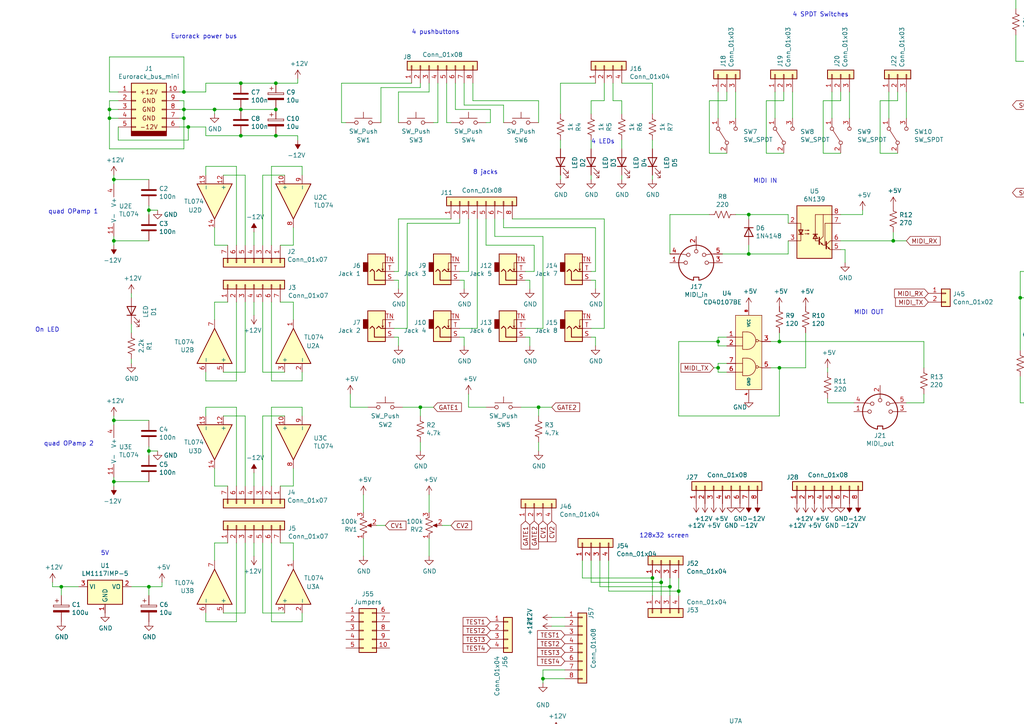
<source format=kicad_sch>
(kicad_sch (version 20230121) (generator eeschema)
  (paper "A4")
  (junction (at 388.62 44.45))
  (junction (at 350.52 204.47))
  (junction (at 354.33 152.4))
  (junction (at 80.01 24.13))
  (junction (at 325.12 33.02))
  (junction (at 349.25 7.62))
  (junction (at 327.66 -20.32))
  (junction (at 414.02 173.99))
  (junction (at 217.17 62.23))
  (junction (at 308.61 152.4))
  (junction (at 226.06 99.06))
  (junction (at 53.34 31.75))
  (junction (at 417.83 176.53))
  (junction (at 312.42 204.47))
  (junction (at 54.61 36.83))
  (junction (at 208.28 106.68))
  (junction (at 191.77 168.91))
  (junction (at 156.21 118.11))
  (junction (at 354.33 207.01))
  (junction (at 327.66 -10.16))
  (junction (at 294.64 -12.7))
  (junction (at 316.23 207.01))
  (junction (at 53.34 34.29))
  (junction (at 157.48 196.85))
  (junction (at 33.02 69.85))
  (junction (at 220.98 219.71))
  (junction (at 33.02 52.07))
  (junction (at 161.29 213.36))
  (junction (at 365.76 152.4))
  (junction (at 346.71 152.4))
  (junction (at 196.85 171.45))
  (junction (at 327.66 88.9))
  (junction (at 391.16 176.53))
  (junction (at 363.22 34.29))
  (junction (at 373.38 152.4))
  (junction (at 208.28 99.06))
  (junction (at 17.78 170.18))
  (junction (at 31.75 31.75))
  (junction (at 403.86 15.24))
  (junction (at 43.18 170.18))
  (junction (at 308.61 207.01))
  (junction (at 327.66 78.74))
  (junction (at 368.3 60.96))
  (junction (at 312.42 149.86))
  (junction (at 387.35 6.35))
  (junction (at 31.75 34.29))
  (junction (at 335.28 106.68))
  (junction (at 355.6 95.25))
  (junction (at 43.18 60.96))
  (junction (at 69.85 39.37))
  (junction (at 410.21 176.53))
  (junction (at 161.29 231.14))
  (junction (at 217.17 73.66))
  (junction (at 327.66 100.33))
  (junction (at 349.25 106.68))
  (junction (at 33.02 121.92))
  (junction (at 80.01 31.75))
  (junction (at 316.23 152.4))
  (junction (at 220.98 237.49))
  (junction (at 405.13 53.34))
  (junction (at 259.08 69.85))
  (junction (at 387.35 24.13))
  (junction (at 355.6 106.68))
  (junction (at 69.85 24.13))
  (junction (at 194.31 170.18))
  (junction (at 355.6 7.62))
  (junction (at 350.52 149.86))
  (junction (at 355.6 -3.81))
  (junction (at 346.71 207.01))
  (junction (at 53.34 26.67))
  (junction (at 335.28 7.62))
  (junction (at 295.91 86.36))
  (junction (at 33.02 139.7))
  (junction (at 394.97 173.99))
  (junction (at 62.23 31.75))
  (junction (at 69.85 31.75))
  (junction (at 369.57 149.86))
  (junction (at 80.01 39.37))
  (junction (at 226.06 106.68))
  (junction (at 189.23 167.64))
  (junction (at 43.18 130.81))
  (junction (at 327.66 1.27))
  (junction (at 121.92 118.11))
  (junction (at 388.62 62.23))
  (junction (at 398.78 176.53))
  (junction (at 327.66 58.42))
  (junction (at 171.45 222.25))
  (wire (pts (xy 135.89 78.74) (xy 133.35 78.74)))
  (wire (pts (xy 240.03 115.57) (xy 240.03 116.84)))
  (wire (pts (xy 372.11 151.13) (xy 372.11 144.78)))
  (wire (pts (xy 45.72 60.96) (xy 43.18 60.96)))
  (wire (pts (xy 397.51 191.77) (xy 400.05 191.77)))
  (wire (pts (xy 240.03 116.84) (xy 247.65 116.84)))
  (wire (pts (xy 392.43 82.55) (xy 397.51 82.55)))
  (wire (pts (xy 208.28 97.79) (xy 210.82 97.79)))
  (wire (pts (xy 43.18 52.07) (xy 33.02 52.07)))
  (wire (pts (xy 64.77 50.8) (xy 71.12 50.8)))
  (wire (pts (xy 408.94 173.99) (xy 408.94 187.96)))
  (wire (pts (xy 153.67 83.82) (xy 153.67 81.28)))
  (wire (pts (xy 233.68 106.68) (xy 226.06 106.68)))
  (wire (pts (xy 306.07 222.25) (xy 309.88 222.25)))
  (wire (pts (xy 15.24 168.91) (xy 15.24 170.18)))
  (wire (pts (xy 260.35 26.67) (xy 260.35 29.21)))
  (wire (pts (xy 194.31 167.64) (xy 194.31 170.18)))
  (wire (pts (xy 31.75 26.67) (xy 31.75 16.51)))
  (wire (pts (xy 294.64 17.78) (xy 355.6 17.78)))
  (wire (pts (xy 391.16 176.53) (xy 391.16 179.07)))
  (wire (pts (xy 172.72 100.33) (xy 172.72 97.79)))
  (wire (pts (xy 388.62 60.96) (xy 388.62 62.23)))
  (wire (pts (xy 346.71 151.13) (xy 346.71 152.4)))
  (wire (pts (xy 250.19 62.23) (xy 243.84 62.23)))
  (wire (pts (xy 355.6 106.68) (xy 355.6 116.84)))
  (wire (pts (xy 71.12 107.95) (xy 64.77 107.95)))
  (wire (pts (xy 105.41 161.29) (xy 105.41 156.21)))
  (wire (pts (xy 134.62 100.33) (xy 134.62 97.79)))
  (wire (pts (xy 334.01 93.98) (xy 334.01 92.71)))
  (wire (pts (xy 397.51 175.26) (xy 397.51 168.91)))
  (wire (pts (xy 71.12 87.63) (xy 71.12 107.95)))
  (wire (pts (xy 87.63 110.49) (xy 78.74 110.49)))
  (wire (pts (xy 391.16 176.53) (xy 388.62 176.53)))
  (wire (pts (xy 162.56 43.18) (xy 162.56 40.64)))
  (wire (pts (xy 372.11 167.64) (xy 374.65 167.64)))
  (wire (pts (xy 327.66 1.27) (xy 327.66 -1.27)))
  (wire (pts (xy 304.8 55.88) (xy 312.42 55.88)))
  (wire (pts (xy 196.85 172.72) (xy 196.85 171.45)))
  (wire (pts (xy 335.28 114.3) (xy 335.28 106.68)))
  (wire (pts (xy 233.68 96.52) (xy 233.68 106.68)))
  (wire (pts (xy 115.57 100.33) (xy 115.57 97.79)))
  (wire (pts (xy 134.62 97.79) (xy 133.35 97.79)))
  (wire (pts (xy 115.57 97.79) (xy 114.3 97.79)))
  (wire (pts (xy 373.38 152.4) (xy 373.38 151.13)))
  (wire (pts (xy 194.31 62.23) (xy 205.74 62.23)))
  (wire (pts (xy 171.45 95.25) (xy 175.26 95.25)))
  (wire (pts (xy 87.63 107.95) (xy 87.63 110.49)))
  (wire (pts (xy 43.18 170.18) (xy 38.1 170.18)))
  (wire (pts (xy 175.26 24.13) (xy 175.26 29.21)))
  (wire (pts (xy 73.66 137.16) (xy 73.66 140.97)))
  (wire (pts (xy 87.63 118.11) (xy 87.63 120.65)))
  (wire (pts (xy 33.02 68.58) (xy 33.02 69.85)))
  (wire (pts (xy 398.78 176.53) (xy 398.78 175.26)))
  (wire (pts (xy 354.33 152.4) (xy 354.33 151.13)))
  (wire (pts (xy 227.33 26.67) (xy 227.33 29.21)))
  (wire (pts (xy 78.74 180.34) (xy 78.74 157.48)))
  (wire (pts (xy 331.47 7.62) (xy 335.28 7.62)))
  (wire (pts (xy 405.13 53.34) (xy 405.13 52.07)))
  (wire (pts (xy 223.52 106.68) (xy 226.06 106.68)))
  (wire (pts (xy 372.11 15.24) (xy 335.28 15.24)))
  (wire (pts (xy 350.52 218.44) (xy 350.52 222.25)))
  (wire (pts (xy 34.29 29.21) (xy 31.75 29.21)))
  (wire (pts (xy 85.09 66.04) (xy 85.09 71.12)))
  (wire (pts (xy 243.84 29.21) (xy 243.84 26.67)))
  (wire (pts (xy 222.25 29.21) (xy 222.25 44.45)))
  (wire (pts (xy 143.51 68.58) (xy 143.51 63.5)))
  (wire (pts (xy 410.21 176.53) (xy 407.67 176.53)))
  (wire (pts (xy 228.6 73.66) (xy 217.17 73.66)))
  (wire (pts (xy 367.03 144.78) (xy 367.03 151.13)))
  (wire (pts (xy 62.23 92.71) (xy 62.23 87.63)))
  (wire (pts (xy 335.28 -1.27) (xy 336.55 -1.27)))
  (wire (pts (xy 334.01 -5.08) (xy 334.01 -6.35)))
  (wire (pts (xy 121.92 118.11) (xy 116.84 118.11)))
  (wire (pts (xy 121.92 128.27) (xy 121.92 130.81)))
  (wire (pts (xy 205.74 44.45) (xy 205.74 29.21)))
  (wire (pts (xy 363.22 34.29) (xy 368.3 34.29)))
  (wire (pts (xy 317.5 152.4) (xy 316.23 152.4)))
  (wire (pts (xy 353.06 205.74) (xy 353.06 199.39)))
  (wire (pts (xy 316.23 152.4) (xy 316.23 151.13)))
  (wire (pts (xy 327.66 66.04) (xy 327.66 58.42)))
  (wire (pts (xy 208.28 107.95) (xy 208.28 106.68)))
  (wire (pts (xy 392.43 179.07) (xy 391.16 179.07)))
  (wire (pts (xy 346.71 152.4) (xy 344.17 152.4)))
  (wire (pts (xy 388.62 191.77) (xy 392.43 191.77)))
  (wire (pts (xy 394.97 173.99) (xy 394.97 179.07)))
  (wire (pts (xy 267.97 106.68) (xy 267.97 99.06)))
  (wire (pts (xy 153.67 81.28) (xy 152.4 81.28)))
  (wire (pts (xy 314.96 205.74) (xy 314.96 199.39)))
  (wire (pts (xy 220.98 219.71) (xy 255.27 219.71)))
  (wire (pts (xy 43.18 69.85) (xy 33.02 69.85)))
  (wire (pts (xy 157.48 194.31) (xy 163.83 194.31)))
  (wire (pts (xy 344.17 222.25) (xy 347.98 222.25)))
  (wire (pts (xy 208.28 105.41) (xy 210.82 105.41)))
  (wire (pts (xy 312.42 66.04) (xy 327.66 66.04)))
  (wire (pts (xy 369.57 163.83) (xy 369.57 167.64)))
  (wire (pts (xy 325.12 33.02) (xy 325.12 40.64)))
  (wire (pts (xy 124.46 161.29) (xy 124.46 156.21)))
  (wire (pts (xy 327.66 -10.16) (xy 327.66 -20.32)))
  (wire (pts (xy 172.72 83.82) (xy 172.72 81.28)))
  (wire (pts (xy 191.77 168.91) (xy 191.77 167.64)))
  (wire (pts (xy 346.71 207.01) (xy 346.71 209.55)))
  (wire (pts (xy 226.06 237.49) (xy 220.98 237.49)))
  (wire (pts (xy 355.6 95.25) (xy 351.79 95.25)))
  (wire (pts (xy 127 35.56) (xy 127 24.13)))
  (wire (pts (xy 76.2 50.8) (xy 82.55 50.8)))
  (wire (pts (xy 161.29 229.87) (xy 161.29 231.14)))
  (wire (pts (xy 306.07 152.4) (xy 306.07 167.64)))
  (wire (pts (xy 191.77 172.72) (xy 191.77 168.91)))
  (wire (pts (xy 224.79 34.29) (xy 224.79 26.67)))
  (wire (pts (xy 138.43 95.25) (xy 133.35 95.25)))
  (wire (pts (xy 246.38 34.29) (xy 246.38 26.67)))
  (wire (pts (xy 397.51 80.01) (xy 392.43 80.01)))
  (wire (pts (xy 411.48 168.91) (xy 411.48 175.26)))
  (wire (pts (xy 85.09 71.12) (xy 81.28 71.12)))
  (wire (pts (xy 38.1 86.36) (xy 38.1 85.09)))
  (wire (pts (xy 298.45 -12.7) (xy 294.64 -12.7)))
  (wire (pts (xy 78.74 110.49) (xy 78.74 87.63)))
  (wire (pts (xy 196.85 120.65) (xy 196.85 99.06)))
  (wire (pts (xy 161.29 212.09) (xy 161.29 213.36)))
  (wire (pts (xy 347.98 36.83) (xy 347.98 41.91)))
  (wire (pts (xy 349.25 58.42) (xy 353.06 58.42)))
  (wire (pts (xy 177.8 29.21) (xy 180.34 29.21)))
  (wire (pts (xy 59.69 24.13) (xy 69.85 24.13)))
  (wire (pts (xy 129.54 35.56) (xy 130.81 35.56)))
  (wire (pts (xy 38.1 96.52) (xy 38.1 93.98)))
  (wire (pts (xy 294.64 -20.32) (xy 294.64 -12.7)))
  (wire (pts (xy 59.69 118.11) (xy 68.58 118.11)))
  (wire (pts (xy 85.09 87.63) (xy 81.28 87.63)))
  (wire (pts (xy 327.66 88.9) (xy 323.85 88.9)))
  (wire (pts (xy 86.36 39.37) (xy 80.01 39.37)))
  (wire (pts (xy 312.42 60.96) (xy 312.42 66.04)))
  (wire (pts (xy 217.17 73.66) (xy 217.17 71.12)))
  (wire (pts (xy 31.75 29.21) (xy 31.75 31.75)))
  (wire (pts (xy 297.18 -7.62) (xy 298.45 -7.62)))
  (wire (pts (xy 350.52 149.86) (xy 345.44 149.86)))
  (wire (pts (xy 335.28 97.79) (xy 335.28 106.68)))
  (wire (pts (xy 180.34 29.21) (xy 180.34 33.02)))
  (wire (pts (xy 205.74 29.21) (xy 210.82 29.21)))
  (wire (pts (xy 154.94 78.74) (xy 152.4 78.74)))
  (wire (pts (xy 33.02 138.43) (xy 33.02 139.7)))
  (wire (pts (xy 294.64 -20.32) (xy 302.26 -20.32)))
  (wire (pts (xy 157.48 95.25) (xy 157.48 68.58)))
  (wire (pts (xy 260.35 29.21) (xy 255.27 29.21)))
  (wire (pts (xy 171.45 168.91) (xy 191.77 168.91)))
  (wire (pts (xy 86.36 40.64) (xy 86.36 39.37)))
  (wire (pts (xy 130.81 152.4) (xy 128.27 152.4)))
  (wire (pts (xy 229.87 34.29) (xy 229.87 26.67)))
  (wire (pts (xy 31.75 16.51) (xy 53.34 16.51)))
  (wire (pts (xy 372.11 105.41) (xy 369.57 105.41)))
  (wire (pts (xy 220.98 219.71) (xy 220.98 218.44)))
  (wire (pts (xy 308.61 152.4) (xy 308.61 154.94)))
  (wire (pts (xy 419.1 191.77) (xy 419.1 176.53)))
  (wire (pts (xy 405.13 54.61) (xy 405.13 53.34)))
  (wire (pts (xy 353.06 167.64) (xy 355.6 167.64)))
  (wire (pts (xy 327.66 58.42) (xy 330.2 58.42)))
  (wire (pts (xy 135.89 63.5) (xy 135.89 78.74)))
  (wire (pts (xy 316.23 88.9) (xy 314.96 88.9)))
  (wire (pts (xy 73.66 67.31) (xy 73.66 71.12)))
  (wire (pts (xy 137.16 24.13) (xy 137.16 29.21)))
  (wire (pts (xy 387.35 24.13) (xy 403.86 24.13)))
  (wire (pts (xy 344.17 167.64) (xy 347.98 167.64)))
  (wire (pts (xy 76.2 71.12) (xy 76.2 50.8)))
  (wire (pts (xy 153.67 97.79) (xy 152.4 97.79)))
  (wire (pts (xy 189.23 24.13) (xy 189.23 33.02)))
  (wire (pts (xy 365.76 152.4) (xy 363.22 152.4)))
  (wire (pts (xy 349.25 102.87) (xy 349.25 106.68)))
  (wire (pts (xy 71.12 50.8) (xy 71.12 71.12)))
  (wire (pts (xy 430.53 133.35) (xy 430.53 138.43)))
  (wire (pts (xy 62.23 135.89) (xy 62.23 140.97)))
  (wire (pts (xy 314.96 151.13) (xy 314.96 144.78)))
  (wire (pts (xy 372.11 7.62) (xy 372.11 6.35)))
  (wire (pts (xy 69.85 31.75) (xy 80.01 31.75)))
  (wire (pts (xy 62.23 162.56) (xy 62.23 157.48)))
  (wire (pts (xy 373.38 154.94) (xy 373.38 152.4)))
  (wire (pts (xy 105.41 148.59) (xy 105.41 143.51)))
  (wire (pts (xy 394.97 187.96) (xy 394.97 191.77)))
  (wire (pts (xy 241.3 34.29) (xy 241.3 26.67)))
  (wire (pts (xy 388.62 62.23) (xy 405.13 62.23)))
  (wire (pts (xy 312.42 204.47) (xy 312.42 205.74)))
  (wire (pts (xy 85.09 140.97) (xy 81.28 140.97)))
  (wire (pts (xy 59.69 107.95) (xy 59.69 110.49)))
  (wire (pts (xy 168.91 167.64) (xy 189.23 167.64)))
  (wire (pts (xy 392.43 168.91) (xy 392.43 175.26)))
  (wire (pts (xy 308.61 207.01) (xy 306.07 207.01)))
  (wire (pts (xy 228.6 64.77) (xy 228.6 62.23)))
  (wire (pts (xy 308.61 207.01) (xy 308.61 209.55)))
  (wire (pts (xy 59.69 26.67) (xy 59.69 24.13)))
  (wire (pts (xy 327.66 88.9) (xy 327.66 78.74)))
  (wire (pts (xy 321.31 7.62) (xy 323.85 7.62)))
  (wire (pts (xy 345.44 204.47) (xy 345.44 218.44)))
  (wire (pts (xy 245.11 72.39) (xy 243.84 72.39)))
  (wire (pts (xy 87.63 180.34) (xy 78.74 180.34)))
  (wire (pts (xy 346.71 207.01) (xy 344.17 207.01)))
  (wire (pts (xy 407.67 176.53) (xy 407.67 191.77)))
  (wire (pts (xy 43.18 132.08) (xy 43.18 130.81)))
  (wire (pts (xy 73.66 161.29) (xy 73.66 157.48)))
  (wire (pts (xy 243.84 69.85) (xy 259.08 69.85)))
  (wire (pts (xy 363.22 41.91) (xy 363.22 34.29)))
  (wire (pts (xy 259.08 67.31) (xy 259.08 69.85)))
  (wire (pts (xy 196.85 171.45) (xy 196.85 167.64)))
  (wire (pts (xy 368.3 60.96) (xy 373.38 60.96)))
  (wire (pts (xy 346.71 106.68) (xy 349.25 106.68)))
  (wire (pts (xy 335.28 -1.27) (xy 335.28 7.62)))
  (wire (pts (xy 189.23 43.18) (xy 189.23 40.64)))
  (wire (pts (xy 410.21 175.26) (xy 410.21 176.53)))
  (wire (pts (xy 297.18 -6.35) (xy 297.18 -7.62)))
  (wire (pts (xy 101.6 118.11) (xy 106.68 118.11)))
  (wire (pts (xy 353.06 222.25) (xy 355.6 222.25)))
  (wire (pts (xy 312.42 149.86) (xy 312.42 151.13)))
  (wire (pts (xy 354.33 205.74) (xy 353.06 205.74)))
  (wire (pts (xy 134.62 30.48) (xy 146.05 30.48)))
  (wire (pts (xy 76.2 177.8) (xy 76.2 157.48)))
  (wire (pts (xy 175.26 95.25) (xy 175.26 63.5)))
  (wire (pts (xy 177.8 24.13) (xy 177.8 29.21)))
  (wire (pts (xy 306.07 167.64) (xy 309.88 167.64)))
  (wire (pts (xy 267.97 116.84) (xy 262.89 116.84)))
  (wire (pts (xy 154.94 71.12) (xy 154.94 78.74)))
  (wire (pts (xy 226.06 222.25) (xy 255.27 222.25)))
  (wire (pts (xy 46.99 170.18) (xy 43.18 170.18)))
  (wire (pts (xy 387.35 6.35) (xy 403.86 6.35)))
  (wire (pts (xy 210.82 29.21) (xy 210.82 26.67)))
  (wire (pts (xy 327.66 -8.89) (xy 327.66 -10.16)))
  (wire (pts (xy 43.18 130.81) (xy 43.18 129.54)))
  (wire (pts (xy 307.34 163.83) (xy 312.42 163.83)))
  (wire (pts (xy 241.3 217.17) (xy 255.27 217.17)))
  (wire (pts (xy 226.06 99.06) (xy 223.52 99.06)))
  (wire (pts (xy 314.96 -10.16) (xy 313.69 -10.16)))
  (wire (pts (xy 316.23 207.01) (xy 316.23 205.74)))
  (wire (pts (xy 171.45 52.07) (xy 171.45 50.8)))
  (wire (pts (xy 209.55 73.66) (xy 217.17 73.66)))
  (wire (pts (xy 411.48 175.26) (xy 410.21 175.26)))
  (wire (pts (xy 142.24 35.56) (xy 140.97 35.56)))
  (wire (pts (xy 392.43 77.47) (xy 397.51 77.47)))
  (wire (pts (xy 321.31 106.68) (xy 321.31 100.33)))
  (wire (pts (xy 335.28 97.79) (xy 336.55 97.79)))
  (wire (pts (xy 321.31 1.27) (xy 327.66 1.27)))
  (wire (pts (xy 31.75 34.29) (xy 31.75 31.75)))
  (wire (pts (xy 163.83 196.85) (xy 157.48 196.85)))
  (wire (pts (xy 392.43 175.26) (xy 391.16 175.26)))
  (wire (pts (xy 354.33 209.55) (xy 354.33 207.01)))
  (wire (pts (xy 142.24 31.75) (xy 142.24 35.56)))
  (wire (pts (xy 62.23 157.48) (xy 66.04 157.48)))
  (wire (pts (xy 68.58 110.49) (xy 68.58 87.63)))
  (wire (pts (xy 295.91 116.84) (xy 355.6 116.84)))
  (wire (pts (xy 355.6 -3.81) (xy 367.03 -3.81)))
  (wire (pts (xy 387.35 21.59) (xy 387.35 24.13)))
  (wire (pts (xy 325.12 40.64) (xy 309.88 40.64)))
  (wire (pts (xy 33.02 52.07) (xy 33.02 50.8)))
  (wire (pts (xy 52.07 31.75) (xy 53.34 31.75)))
  (wire (pts (xy 121.92 24.13) (xy 121.92 25.4)))
  (wire (pts (xy 339.09 106.68) (xy 335.28 106.68)))
  (wire (pts (xy 349.25 7.62) (xy 355.6 7.62)))
  (wire (pts (xy 195.58 233.68) (xy 205.74 233.68)))
  (wire (pts (xy 267.97 114.3) (xy 267.97 116.84)))
  (wire (pts (xy 321.31 106.68) (xy 323.85 106.68)))
  (wire (pts (xy 173.99 162.56) (xy 173.99 170.18)))
  (wire (pts (xy 121.92 25.4) (xy 110.49 25.4)))
  (wire (pts (xy 125.73 35.56) (xy 127 35.56)))
  (wire (pts (xy 355.6 152.4) (xy 354.33 152.4)))
  (wire (pts (xy 153.67 100.33) (xy 153.67 97.79)))
  (wire (pts (xy 294.64 10.16) (xy 294.64 17.78)))
  (wire (pts (xy 410.21 176.53) (xy 410.21 179.07)))
  (wire (pts (xy 59.69 50.8) (xy 59.69 48.26)))
  (wire (pts (xy 78.74 48.26) (xy 87.63 48.26)))
  (wire (pts (xy 80.01 24.13) (xy 86.36 24.13)))
  (wire (pts (xy 173.99 170.18) (xy 194.31 170.18)))
  (wire (pts (xy 43.18 139.7) (xy 33.02 139.7)))
  (wire (pts (xy 52.07 36.83) (xy 54.61 36.83)))
  (wire (pts (xy 76.2 120.65) (xy 82.55 120.65)))
  (wire (pts (xy 331.47 106.68) (xy 335.28 106.68)))
  (wire (pts (xy 327.66 1.27) (xy 327.66 3.81)))
  (wire (pts (xy 387.35 5.08) (xy 387.35 6.35)))
  (wire (pts (xy 140.97 63.5) (xy 140.97 71.12)))
  (wire (pts (xy 309.88 151.13) (xy 308.61 151.13)))
  (wire (pts (xy 162.56 24.13) (xy 162.56 33.02)))
  (wire (pts (xy 374.65 152.4) (xy 373.38 152.4)))
  (wire (pts (xy 64.77 120.65) (xy 71.12 120.65)))
  (wire (pts (xy 228.6 69.85) (xy 228.6 73.66)))
  (wire (pts (xy 222.25 44.45) (xy 227.33 44.45)))
  (wire (pts (xy 71.12 157.48) (xy 71.12 177.8)))
  (wire (pts (xy 87.63 48.26) (xy 87.63 50.8)))
  (wire (pts (xy 208.28 99.06) (xy 208.28 97.79)))
  (wire (pts (xy 311.15 78.74) (xy 327.66 78.74)))
  (wire (pts (xy 146.05 63.5) (xy 146.05 66.04)))
  (wire (pts (xy 78.74 71.12) (xy 78.74 48.26)))
  (wire (pts (xy 309.88 205.74) (xy 308.61 205.74)))
  (wire (pts (xy 359.41 3.81) (xy 349.25 3.81)))
  (wire (pts (xy 411.48 179.07) (xy 410.21 179.07)))
  (wire (pts (xy 156.21 29.21) (xy 156.21 35.56)))
  (wire (pts (xy 146.05 30.48) (xy 146.05 35.56)))
  (wire (pts (xy 316.23 154.94) (xy 316.23 152.4)))
  (wire (pts (xy 416.56 191.77) (xy 419.1 191.77)))
  (wire (pts (xy 369.57 149.86) (xy 369.57 151.13)))
  (wire (pts (xy 355.6 207.01) (xy 354.33 207.01)))
  (wire (pts (xy 417.83 179.07) (xy 417.83 176.53)))
  (wire (pts (xy 350.52 204.47) (xy 350.52 205.74)))
  (wire (pts (xy 250.19 60.96) (xy 250.19 62.23)))
  (wire (pts (xy 294.64 2.54) (xy 294.64 -12.7)))
  (wire (pts (xy 135.89 118.11) (xy 140.97 118.11)))
  (wire (pts (xy 125.73 118.11) (xy 121.92 118.11)))
  (wire (pts (xy 140.97 71.12) (xy 154.94 71.12)))
  (wire (pts (xy 172.72 81.28) (xy 171.45 81.28)))
  (wire (pts (xy 85.09 162.56) (xy 85.09 157.48)))
  (wire (pts (xy 344.17 152.4) (xy 344.17 167.64)))
  (wire (pts (xy 350.52 199.39) (xy 350.52 204.47)))
  (wire (pts (xy 53.34 26.67) (xy 59.69 26.67)))
  (wire (pts (xy 400.05 191.77) (xy 400.05 176.53)))
  (wire (pts (xy 85.09 157.48) (xy 81.28 157.48)))
  (wire (pts (xy 59.69 36.83) (xy 59.69 39.37)))
  (wire (pts (xy 397.51 179.07) (xy 398.78 179.07)))
  (wire (pts (xy 99.06 35.56) (xy 100.33 35.56)))
  (wire (pts (xy 34.29 36.83) (xy 34.29 40.64)))
  (wire (pts (xy 172.72 24.13) (xy 162.56 24.13)))
  (wire (pts (xy 306.07 207.01) (xy 306.07 222.25)))
  (wire (pts (xy 82.55 177.8) (xy 76.2 177.8)))
  (wire (pts (xy 298.45 91.44) (xy 299.72 91.44)))
  (wire (pts (xy 157.48 68.58) (xy 143.51 68.58)))
  (wire (pts (xy 172.72 66.04) (xy 172.72 78.74)))
  (wire (pts (xy 307.34 204.47) (xy 307.34 218.44)))
  (wire (pts (xy 334.01 -6.35) (xy 336.55 -6.35)))
  (wire (pts (xy 132.08 31.75) (xy 142.24 31.75)))
  (wire (pts (xy 369.57 144.78) (xy 369.57 149.86)))
  (wire (pts (xy 308.61 152.4) (xy 306.07 152.4)))
  (wire (pts (xy 118.11 64.77) (xy 133.35 64.77)))
  (wire (pts (xy 54.61 40.64) (xy 54.61 36.83)))
  (wire (pts (xy 345.44 149.86) (xy 345.44 163.83)))
  (wire (pts (xy 350.52 163.83) (xy 350.52 167.64)))
  (wire (pts (xy 168.91 162.56) (xy 168.91 167.64)))
  (wire (pts (xy 414.02 173.99) (xy 414.02 179.07)))
  (wire (pts (xy 257.81 34.29) (xy 257.81 26.67)))
  (wire (pts (xy 339.09 7.62) (xy 335.28 7.62)))
  (wire (pts (xy 195.58 223.52) (xy 195.58 233.68)))
  (wire (pts (xy 228.6 62.23) (xy 217.17 62.23)))
  (wire (pts (xy 314.96 222.25) (xy 317.5 222.25)))
  (wire (pts (xy 220.98 245.11) (xy 220.98 237.49)))
  (wire (pts (xy 350.52 149.86) (xy 350.52 151.13)))
  (wire (pts (xy 213.36 34.29) (xy 213.36 26.67)))
  (wire (pts (xy 207.01 106.68) (xy 208.28 106.68)))
  (wire (pts (xy 115.57 35.56) (xy 115.57 26.67)))
  (wire (pts (xy 346.71 152.4) (xy 346.71 154.94)))
  (wire (pts (xy 73.66 91.44) (xy 73.66 87.63)))
  (wire (pts (xy 365.76 152.4) (xy 365.76 154.94)))
  (wire (pts (xy 245.11 76.2) (xy 245.11 72.39)))
  (wire (pts (xy 157.48 196.85) (xy 157.48 198.12)))
  (wire (pts (xy 134.62 24.13) (xy 134.62 30.48)))
  (wire (pts (xy 317.5 222.25) (xy 317.5 207.01)))
  (wire (pts (xy 17.78 172.72) (xy 17.78 170.18)))
  (wire (pts (xy 110.49 25.4) (xy 110.49 35.56)))
  (wire (pts (xy 115.57 26.67) (xy 124.46 26.67)))
  (wire (pts (xy 238.76 44.45) (xy 238.76 29.21)))
  (wire (pts (xy 354.33 154.94) (xy 354.33 152.4)))
  (wire (pts (xy 407.67 191.77) (xy 411.48 191.77)))
  (wire (pts (xy 298.45 92.71) (xy 298.45 91.44)))
  (wire (pts (xy 33.02 139.7) (xy 33.02 140.97)))
  (wire (pts (xy 373.38 151.13) (xy 372.11 151.13)))
  (wire (pts (xy 53.34 29.21) (xy 53.34 31.75)))
  (wire (pts (xy 171.45 222.25) (xy 171.45 220.98)))
  (wire (pts (xy 368.3 68.58) (xy 368.3 60.96)))
  (wire (pts (xy 171.45 213.36) (xy 161.29 213.36)))
  (wire (pts (xy 180.34 52.07) (xy 180.34 50.8)))
  (wire (pts (xy 217.17 62.23) (xy 213.36 62.23)))
  (wire (pts (xy 354.33 151.13) (xy 353.06 151.13)))
  (wire (pts (xy 132.08 24.13) (xy 132.08 31.75)))
  (wire (pts (xy 171.45 231.14) (xy 161.29 231.14)))
  (wire (pts (xy 175.26 63.5) (xy 148.59 63.5)))
  (wire (pts (xy 210.82 107.95) (xy 208.28 107.95)))
  (wire (pts (xy 238.76 29.21) (xy 243.84 29.21)))
  (wire (pts (xy 416.56 175.26) (xy 416.56 168.91)))
  (wire (pts (xy 130.81 63.5) (xy 115.57 63.5)))
  (wire (pts (xy 45.72 130.81) (xy 43.18 130.81)))
  (wire (pts (xy 389.89 187.96) (xy 394.97 187.96)))
  (wire (pts (xy 364.49 163.83) (xy 369.57 163.83)))
  (wire (pts (xy 317.5 207.01) (xy 316.23 207.01)))
  (wire (pts (xy 355.6 -3.81) (xy 355.6 7.62)))
  (wire (pts (xy 327.66 78.74) (xy 337.82 78.74)))
  (wire (pts (xy 101.6 114.3) (xy 101.6 118.11)))
  (wire (pts (xy 189.23 167.64) (xy 189.23 172.72)))
  (wire (pts (xy 68.58 118.11) (xy 68.58 140.97)))
  (wire (pts (xy 327.66 -10.16) (xy 322.58 -10.16)))
  (wire (pts (xy 295.91 78.74) (xy 303.53 78.74)))
  (wire (pts (xy 400.05 176.53) (xy 398.78 176.53)))
  (wire (pts (xy 124.46 26.67) (xy 124.46 24.13)))
  (wire (pts (xy 156.21 118.11) (xy 151.13 118.11)))
  (wire (pts (xy 345.44 31.75) (xy 347.98 31.75)))
  (wire (pts (xy 353.06 151.13) (xy 353.06 144.78)))
  (wire (pts (xy 111.76 152.4) (xy 109.22 152.4)))
  (wire (pts (xy 62.23 140.97) (xy 66.04 140.97)))
  (wire (pts (xy 295.91 109.22) (xy 295.91 116.84)))
  (wire (pts (xy 347.98 144.78) (xy 347.98 151.13)))
  (wire (pts (xy 389.89 173.99) (xy 389.89 187.96)))
  (wire (pts (xy 71.12 177.8) (xy 64.77 177.8)))
  (wire (pts (xy 400.05 133.35) (xy 406.4 133.35)))
  (wire (pts (xy 259.08 69.85) (xy 262.89 69.85)))
  (wire (pts (xy 312.42 149.86) (xy 307.34 149.86)))
  (wire (pts (xy 205.74 238.76) (xy 205.74 245.11)))
  (wire (pts (xy 195.58 220.98) (xy 195.58 215.9)))
  (wire (pts (xy 227.33 29.21) (xy 222.25 29.21)))
  (wire (pts (xy 325.12 33.02) (xy 327.66 33.02)))
  (wire (pts (xy 391.16 175.26) (xy 391.16 176.53)))
  (wire (pts (xy 363.22 152.4) (xy 363.22 167.64)))
  (wire (pts (xy 17.78 170.18) (xy 22.86 170.18)))
  (wire (pts (xy 194.31 170.18) (xy 194.31 172.72)))
  (wire (pts (xy 241.3 223.52) (xy 241.3 217.17)))
  (wire (pts (xy 115.57 83.82) (xy 115.57 81.28)))
  (wire (pts (xy 71.12 120.65) (xy 71.12 140.97)))
  (wire (pts (xy 210.82 100.33) (xy 208.28 100.33)))
  (wire (pts (xy 309.88 -20.32) (xy 327.66 -20.32)))
  (wire (pts (xy 34.29 34.29) (xy 31.75 34.29)))
  (wire (pts (xy 358.14 8.89) (xy 359.41 8.89)))
  (wire (pts (xy 180.34 43.18) (xy 180.34 40.64)))
  (wire (pts (xy 146.05 66.04) (xy 172.72 66.04)))
  (wire (pts (xy 309.88 40.64) (xy 309.88 35.56)))
  (wire (pts (xy 52.07 29.21) (xy 53.34 29.21)))
  (wire (pts (xy 312.42 163.83) (xy 312.42 167.64)))
  (wire (pts (xy 38.1 105.41) (xy 38.1 104.14)))
  (wire (pts (xy 43.18 121.92) (xy 33.02 121.92)))
  (wire (pts (xy 69.85 24.13) (xy 80.01 24.13)))
  (wire (pts (xy 68.58 180.34) (xy 68.58 157.48)))
  (wire (pts (xy 316.23 205.74) (xy 314.96 205.74)))
  (wire (pts (xy 33.02 69.85) (xy 33.02 71.12)))
  (wire (pts (xy 255.27 29.21) (xy 255.27 44.45)))
  (wire (pts (xy 162.56 52.07) (xy 162.56 50.8)))
  (wire (pts (xy 53.34 31.75) (xy 62.23 31.75)))
  (wire (pts (xy 308.61 151.13) (xy 308.61 152.4)))
  (wire (pts (xy 152.4 95.25) (xy 157.48 95.25)))
  (wire (pts (xy 240.03 106.68) (xy 240.03 107.95)))
  (wire (pts (xy 62.23 33.02) (xy 62.23 31.75)))
  (wire (pts (xy 359.41 102.87) (xy 349.25 102.87)))
  (wire (pts (xy 335.28 15.24) (xy 335.28 7.62)))
  (wire (pts (xy 394.97 173.99) (xy 389.89 173.99)))
  (wire (pts (xy 220.98 237.49) (xy 220.98 236.22)))
  (wire (pts (xy 369.57 149.86) (xy 364.49 149.86)))
  (wire (pts (xy 316.23 151.13) (xy 314.96 151.13)))
  (wire (pts (xy 43.18 60.96) (xy 43.18 59.69)))
  (wire (pts (xy 53.34 16.51) (xy 53.34 26.67)))
  (wire (pts (xy 309.88 144.78) (xy 309.88 151.13)))
  (wire (pts (xy 226.06 222.25) (xy 226.06 237.49)))
  (wire (pts (xy 43.18 172.72) (xy 43.18 170.18)))
  (wire (pts (xy 78.74 118.11) (xy 87.63 118.11)))
  (wire (pts (xy 312.42 199.39) (xy 312.42 204.47)))
  (wire (pts (xy 59.69 180.34) (xy 68.58 180.34)))
  (wire (pts (xy 403.86 15.24) (xy 403.86 13.97)))
  (wire (pts (xy 133.35 64.77) (xy 133.35 63.5)))
  (wire (pts (xy 208.28 100.33) (xy 208.28 99.06)))
  (wire (pts (xy 34.29 40.64) (xy 54.61 40.64)))
  (wire (pts (xy 195.58 215.9) (xy 205.74 215.9)))
  (wire (pts (xy 262.89 26.67) (xy 262.89 34.29)))
  (wire (pts (xy 307.34 149.86) (xy 307.34 163.83)))
  (wire (pts (xy 54.61 36.83) (xy 59.69 36.83)))
  (wire (pts (xy 205.74 245.11) (xy 220.98 245.11)))
  (wire (pts (xy 355.6 95.25) (xy 355.6 106.68)))
  (wire (pts (xy 363.22 167.64) (xy 367.03 167.64)))
  (wire (pts (xy 317.5 167.64) (xy 317.5 152.4)))
  (wire (pts (xy 59.69 48.26) (xy 68.58 48.26)))
  (wire (pts (xy 327.66 -20.32) (xy 337.82 -20.32)))
  (wire (pts (xy 59.69 39.37) (xy 69.85 39.37)))
  (wire (pts (xy 161.29 232.41) (xy 161.29 231.14)))
  (wire (pts (xy 388.62 44.45) (xy 388.62 45.72)))
  (wire (pts (xy 121.92 118.11) (xy 121.92 120.65)))
  (wire (pts (xy 194.31 73.66) (xy 194.31 62.23)))
  (wire (pts (xy 398.78 175.26) (xy 397.51 175.26)))
  (wire (pts (xy 156.21 128.27) (xy 156.21 130.81)))
  (wire (pts (xy 171.45 29.21) (xy 171.45 33.02)))
  (wire (pts (xy 397.51 85.09) (xy 392.43 85.09)))
  (wire (pts (xy 118.11 95.25) (xy 118.11 64.77)))
  (wire (pts (xy 172.72 97.79) (xy 171.45 97.79)))
  (wire (pts (xy 327.66 100.33) (xy 327.66 102.87)))
  (wire (pts (xy 176.53 171.45) (xy 196.85 171.45)))
  (wire (pts (xy 267.97 99.06) (xy 226.06 99.06)))
  (wire (pts (xy 33.02 121.92) (xy 33.02 120.65)))
  (wire (pts (xy 406.4 15.24) (xy 403.86 15.24)))
  (wire (pts (xy 304.8 30.48) (xy 309.88 30.48)))
  (wire (pts (xy 69.85 39.37) (xy 80.01 39.37)))
  (wire (pts (xy 355.6 167.64) (xy 355.6 152.4)))
  (wire (pts (xy 327.66 90.17) (xy 327.66 88.9)))
  (wire (pts (xy 414.02 168.91) (xy 414.02 173.99)))
  (wire (pts (xy 160.02 181.61) (xy 163.83 181.61)))
  (wire (pts (xy 309.88 199.39) (xy 309.88 205.74)))
  (wire (pts (xy 308.61 205.74) (xy 308.61 207.01)))
  (wire (pts (xy 347.98 41.91) (xy 363.22 41.91)))
  (wire (pts (xy 334.01 92.71) (xy 336.55 92.71)))
  (wire (pts (xy 416.56 179.07) (xy 417.83 179.07)))
  (wire (pts (xy 205.74 226.06) (xy 220.98 226.06)))
  (wire (pts (xy 350.52 144.78) (xy 350.52 149.86)))
  (wire (pts (xy 156.21 118.11) (xy 156.21 120.65)))
  (wire (pts (xy 62.23 71.12) (xy 66.04 71.12)))
  (wire (pts (xy 137.16 29.21) (xy 156.21 29.21)))
  (wire (pts (xy 354.33 207.01) (xy 354.33 205.74)))
  (wire (pts (xy 68.58 48.26) (xy 68.58 71.12)))
  (wire (pts (xy 196.85 99.06) (xy 208.28 99.06)))
  (wire (pts (xy 176.53 162.56) (xy 176.53 171.45)))
  (wire (pts (xy 33.02 53.34) (xy 33.02 52.07)))
  (wire (pts (xy 99.06 24.13) (xy 99.06 35.56)))
  (wire (pts (xy 172.72 78.74) (xy 171.45 78.74)))
  (wire (pts (xy 295.91 78.74) (xy 295.91 86.36)))
  (wire (pts (xy 255.27 44.45) (xy 260.35 44.45)))
  (wire (pts (xy 372.11 114.3) (xy 335.28 114.3)))
  (wire (pts (xy 347.98 151.13) (xy 346.71 151.13)))
  (wire (pts (xy 161.29 213.36) (xy 161.29 214.63)))
  (wire (pts (xy 345.44 218.44) (xy 350.52 218.44)))
  (wire (pts (xy 349.25 106.68) (xy 355.6 106.68)))
  (wire (pts (xy 87.63 177.8) (xy 87.63 180.34)))
  (wire (pts (xy 34.29 26.67) (xy 31.75 26.67)))
  (wire (pts (xy 171.45 223.52) (xy 171.45 222.25)))
  (wire (pts (xy 345.44 163.83) (xy 350.52 163.83)))
  (wire (pts (xy 210.82 44.45) (xy 205.74 44.45)))
  (wire (pts (xy 347.98 205.74) (xy 346.71 205.74)))
  (wire (pts (xy 43.18 62.23) (xy 43.18 60.96)))
  (wire (pts (xy 205.74 220.98) (xy 205.74 226.06)))
  (wire (pts (xy 114.3 95.25) (xy 118.11 95.25)))
  (wire (pts (xy 76.2 107.95) (xy 76.2 87.63)))
  (wire (pts (xy 59.69 110.49) (xy 68.58 110.49)))
  (wire (pts (xy 426.72 120.65) (xy 430.53 120.65)))
  (wire (pts (xy 355.6 -3.81) (xy 351.79 -3.81)))
  (wire (pts (xy 59.69 120.65) (xy 59.69 118.11)))
  (wire (pts (xy 312.42 218.44) (xy 312.42 222.25)))
  (wire (pts (xy 82.55 107.95) (xy 76.2 107.95)))
  (wire (pts (xy 53.34 34.29) (xy 52.07 34.29)))
  (wire (pts (xy 180.34 24.13) (xy 189.23 24.13)))
  (wire (pts (xy 52.07 26.67) (xy 53.34 26.67)))
  (wire (pts (xy 299.72 86.36) (xy 295.91 86.36)))
  (wire (pts (xy 160.02 118.11) (xy 156.21 118.11)))
  (wire (pts (xy 327.66 100.33) (xy 327.66 97.79)))
  (wire (pts (xy 417.83 175.26) (xy 416.56 175.26)))
  (wire (pts (xy 208.28 106.68) (xy 208.28 105.41)))
  (wire (pts (xy 138.43 63.5) (xy 138.43 95.25)))
  (wire (pts (xy 220.98 226.06) (xy 220.98 219.71)))
  (wire (pts (xy 414.02 173.99) (xy 408.94 173.99)))
  (wire (pts (xy 398.78 179.07) (xy 398.78 176.53)))
  (wire (pts (xy 346.71 7.62) (xy 349.25 7.62)))
  (wire (pts (xy 53.34 34.29) (xy 53.34 43.18)))
  (wire (pts (xy 355.6 95.25) (xy 367.03 95.25)))
  (wire (pts (xy 31.75 43.18) (xy 31.75 34.29)))
  (wire (pts (xy 367.03 151.13) (xy 365.76 151.13)))
  (wire (pts (xy 355.6 7.62) (xy 355.6 17.78)))
  (wire (pts (xy 403.86 16.51) (xy 403.86 15.24)))
  (wire (pts (xy 226.06 96.52) (xy 226.06 99.06)))
  (wire (pts (xy 353.06 68.58) (xy 368.3 68.58)))
  (wire (pts (xy 217.17 63.5) (xy 217.17 62.23)))
  (wire (pts (xy 358.14 107.95) (xy 359.41 107.95)))
  (wire (pts (xy 355.6 222.25) (xy 355.6 207.01)))
  (wire (pts (xy 321.31 7.62) (xy 321.31 1.27)))
  (wire (pts (xy 365.76 151.13) (xy 365.76 152.4)))
  (wire (pts (xy 350.52 204.47) (xy 345.44 204.47)))
  (wire (pts (xy 134.62 83.82) (xy 134.62 81.28)))
  (wire (pts (xy 388.62 176.53) (xy 388.62 191.77)))
  (wire (pts (xy 135.89 114.3) (xy 135.89 118.11)))
  (wire (pts (xy 312.42 144.78) (xy 312.42 149.86)))
  (wire (pts (xy 15.24 170.18) (xy 17.78 170.18)))
  (wire (pts (xy 226.06 120.65) (xy 196.85 120.65)))
  (wire (pts (xy 171.45 43.18) (xy 171.45 40.64)))
  (wire (pts (xy 129.54 24.13) (xy 129.54 35.56)))
  (wire (pts (xy 62.23 87.63) (xy 66.04 87.63)))
  (wire (pts (xy 349.25 3.81) (xy 349.25 7.62)))
  (wire (pts (xy 226.06 106.68) (xy 226.06 120.65)))
  (wire (pts (xy 419.1 176.53) (xy 417.83 176.53)))
  (wire (pts (xy 312.42 204.47) (xy 307.34 204.47)))
  (wire (pts (xy 414.02 187.96) (xy 414.02 191.77)))
  (wire (pts (xy 53.34 43.18) (xy 31.75 43.18)))
  (wire (pts (xy 407.67 53.34) (xy 405.13 53.34)))
  (wire (pts (xy 408.94 187.96) (xy 414.02 187.96)))
  (wire (pts (xy 78.74 140.97) (xy 78.74 118.11)))
  (wire (pts (xy 175.26 29.21) (xy 171.45 29.21)))
  (wire (pts (xy 307.34 218.44) (xy 312.42 218.44)))
  (wire (pts (xy 173.99 222.25) (xy 171.45 222.25)))
  (wire (pts (xy 171.45 162.56) (xy 171.45 168.91)))
  (wire (pts (xy 124.46 148.59) (xy 124.46 143.51)))
  (wire (pts (xy 59.69 177.8) (xy 59.69 180.34)))
  (wire (pts (xy 189.23 52.07) (xy 189.23 50.8)))
  (wire (pts (xy 372.11 106.68) (xy 372.11 105.41)))
  (wire (pts (xy 243.84 44.45) (xy 238.76 44.45)))
  (wire (pts (xy 347.98 199.39) (xy 347.98 205.74)))
  (wire (pts (xy 394.97 168.91) (xy 394.97 173.99)))
  (wire (pts (xy 344.17 207.01) (xy 344.17 222.25)))
  (wire (pts (xy 134.62 81.28) (xy 133.35 81.28)))
  (wire (pts (xy 364.49 149.86) (xy 364.49 163.83)))
  (wire (pts (xy 321.31 100.33) (xy 327.66 100.33)))
  (wire (pts (xy 316.23 209.55) (xy 316.23 207.01)))
  (wire (pts (xy 208.28 34.29) (xy 208.28 26.67)))
  (wire (pts (xy 115.57 78.74) (xy 114.3 78.74)))
  (wire (pts (xy 115.57 63.5) (xy 115.57 78.74)))
  (wire (pts (xy 115.57 81.28) (xy 114.3 81.28)))
  (wire (pts (xy 33.02 123.19) (xy 33.02 121.92)))
  (wire (pts (xy 85.09 92.71) (xy 85.09 87.63)))
  (wire (pts (xy 160.02 179.07) (xy 163.83 179.07)))
  (wire (pts (xy 53.34 31.75) (xy 53.34 34.29)))
  (wire (pts (xy 62.23 66.04) (xy 62.23 71.12)))
  (wire (pts (xy 346.71 205.74) (xy 346.71 207.01)))
  (wire (pts (xy 388.62 44.45) (xy 405.13 44.45)))
  (wire (pts (xy 76.2 140.97) (xy 76.2 120.65)))
  (wire (pts (xy 372.11 6.35) (xy 369.57 6.35)))
  (wire (pts (xy 46.99 168.91) (xy 46.99 170.18)))
  (wire (pts (xy 31.75 31.75) (xy 34.29 31.75)))
  (wire (pts (xy 157.48 194.31) (xy 157.48 196.85)))
  (wire (pts (xy 417.83 176.53) (xy 417.83 175.26)))
  (wire (pts (xy 86.36 22.86) (xy 86.36 24.13)))
  (wire (pts (xy 85.09 135.89) (xy 85.09 140.97)))
  (wire (pts (xy 353.06 63.5) (xy 353.06 68.58)))
  (wire (pts (xy 69.85 31.75) (xy 62.23 31.75)))
  (wire (pts (xy 119.38 24.13) (xy 99.06 24.13)))
  (wire (pts (xy 314.96 167.64) (xy 317.5 167.64)))
  (wire (pts (xy 295.91 101.6) (xy 295.91 86.36)))
  (wire (pts (xy 374.65 167.64) (xy 374.65 152.4)))
  (text "4 pushbuttons" (at 119.38 10.16 0) (effects (font (size 1.27 1.27)) (justify left bottom)))
  (text "MIDI OUT" (at 247.65 91.44 0) (effects (font (size 1.27 1.27)) (justify left bottom)))
  (text "8 jacks" (at 137.16 50.8 0) (effects (font (size 1.27 1.27)) (justify left bottom)))
  (text "quad OPamp 1" (at 13.97 62.23 0) (effects (font (size 1.27 1.27)) (justify left bottom)))
  (text "4 SPDT Switches" (at 229.87 5.08 0) (effects (font (size 1.27 1.27)) (justify left bottom)))
  (text "128x32 screen" (at 185.42 156.21 0) (effects (font (size 1.27 1.27)) (justify left bottom)))
  (text "Eurorack power bus" (at 49.53 11.43 0) (effects (font (size 1.27 1.27)) (justify left bottom)))
  (text "quad OPamp 2" (at 12.7 129.54 0) (effects (font (size 1.27 1.27)) (justify left bottom)))
  (text "5V\n" (at 29.21 161.29 0) (effects (font (size 1.27 1.27)) (justify left bottom)))
  (text "Oscillator / LFO 2" (at 328.93 71.12 0) (effects (font (size 1.27 1.27)) (justify left bottom)))
  (text "MIDI IN" (at 218.44 53.34 0) (effects (font (size 1.27 1.27)) (justify left bottom)))
  (text "4 LEDs\n" (at 171.45 41.91 0) (effects (font (size 1.27 1.27)) (justify left bottom)))
  (text "Oscillator / LFO 1" (at 325.12 -30.48 0) (effects (font (size 1.27 1.27)) (justify left bottom)))
  (text "On LED" (at 10.16 96.52 0) (effects (font (size 1.27 1.27)) (justify left bottom)))
  (global_label "TEST2" (shape input) (at 142.24 182.88 180) (property "Intersheetrefs" "${INTERSHEET_REFS}" (effects hide)))
  (global_label "TEST1" (shape input) (at 427.99 92.71 180) (property "Intersheetrefs" "${INTERSHEET_REFS}" (effects hide)))
  (global_label "TEST2" (shape input) (at 163.83 186.69 180) (property "Intersheetrefs" "${INTERSHEET_REFS}" (effects hide)))
  (global_label "TEST4" (shape input) (at 163.83 191.77 180) (property "Intersheetrefs" "${INTERSHEET_REFS}" (effects hide)))
  (global_label "MIDI_TX" (shape input) (at 207.01 106.68 180) (property "Intersheetrefs" "${INTERSHEET_REFS}" (effects hide)))
  (global_label "TRI1PRE" (shape output) (at 345.44 31.75 180) (property "Intersheetrefs" "${INTERSHEET_REFS}" (effects hide)))
  (global_label "MIDI_TX" (shape input) (at 269.24 87.63 180) (property "Intersheetrefs" "${INTERSHEET_REFS}" (effects hide)))
  (global_label "TRI1PRE" (shape output) (at 367.03 -3.81 0) (property "Intersheetrefs" "${INTERSHEET_REFS}" (effects hide)))
  (global_label "TRI2" (shape output) (at 373.38 60.96 0) (property "Intersheetrefs" "${INTERSHEET_REFS}" (effects hide)))
  (global_label "SQR1PRE" (shape output) (at 337.82 -20.32 0) (property "Intersheetrefs" "${INTERSHEET_REFS}" (effects hide)))
  (global_label "CV2" (shape input) (at 130.81 152.4 0) (property "Intersheetrefs" "${INTERSHEET_REFS}" (effects hide)))
  (global_label "SQR2PRE" (shape output) (at 337.82 78.74 0) (property "Intersheetrefs" "${INTERSHEET_REFS}" (effects hide)))
  (global_label "SQR1" (shape output) (at 392.43 80.01 180) (property "Intersheetrefs" "${INTERSHEET_REFS}" (effects hide)))
  (global_label "GATE2" (shape input) (at 160.02 118.11 0) (property "Intersheetrefs" "${INTERSHEET_REFS}" (effects hide)))
  (global_label "TEST1" (shape input) (at 163.83 184.15 180) (property "Intersheetrefs" "${INTERSHEET_REFS}" (effects hide)))
  (global_label "TEST3" (shape input) (at 142.24 185.42 180) (property "Intersheetrefs" "${INTERSHEET_REFS}" (effects hide)))
  (global_label "MIDI_RX" (shape input) (at 269.24 85.09 180) (property "Intersheetrefs" "${INTERSHEET_REFS}" (effects hide)))
  (global_label "GATE1" (shape input) (at 125.73 118.11 0) (property "Intersheetrefs" "${INTERSHEET_REFS}" (effects hide)))
  (global_label "TRI2PRE" (shape output) (at 367.03 95.25 0) (property "Intersheetrefs" "${INTERSHEET_REFS}" (effects hide)))
  (global_label "TRI2PRE" (shape output) (at 349.25 58.42 180) (property "Intersheetrefs" "${INTERSHEET_REFS}" (effects hide)))
  (global_label "SQR2PRE" (shape output) (at 304.8 55.88 180) (property "Intersheetrefs" "${INTERSHEET_REFS}" (effects hide)))
  (global_label "TRI2" (shape output) (at 392.43 82.55 180) (property "Intersheetrefs" "${INTERSHEET_REFS}" (effects hide)))
  (global_label "SQR1PRE" (shape output) (at 304.8 30.48 180) (property "Intersheetrefs" "${INTERSHEET_REFS}" (effects hide)))
  (global_label "TEST4" (shape input) (at 434.34 109.22 180) (property "Intersheetrefs" "${INTERSHEET_REFS}" (effects hide)))
  (global_label "TEST2" (shape input) (at 452.12 92.71 180) (property "Intersheetrefs" "${INTERSHEET_REFS}" (effects hide)))
  (global_label "TRI1" (shape output) (at 392.43 77.47 180) (property "Intersheetrefs" "${INTERSHEET_REFS}" (effects hide)))
  (global_label "TRI1" (shape output) (at 368.3 34.29 0) (property "Intersheetrefs" "${INTERSHEET_REFS}" (effects hide)))
  (global_label "GATE1" (shape input) (at 152.4 151.13 270) (property "Intersheetrefs" "${INTERSHEET_REFS}" (effects hide)))
  (global_label "SQR2" (shape output) (at 392.43 85.09 180) (property "Intersheetrefs" "${INTERSHEET_REFS}" (effects hide)))
  (global_label "MIDI_RX" (shape input) (at 262.89 69.85 0) (property "Intersheetrefs" "${INTERSHEET_REFS}" (effects hide)))
  (global_label "TEST1" (shape input) (at 142.24 180.34 180) (property "Intersheetrefs" "${INTERSHEET_REFS}" (effects hide)))
  (global_label "CV2" (shape input) (at 160.02 151.13 270) (property "Intersheetrefs" "${INTERSHEET_REFS}" (effects hide)))
  (global_label "TEST4" (shape input) (at 142.24 187.96 180) (property "Intersheetrefs" "${INTERSHEET_REFS}" (effects hide)))
  (global_label "SQR2" (shape output) (at 330.2 58.42 0) (property "Intersheetrefs" "${INTERSHEET_REFS}" (effects hide)))
  (global_label "CV1" (shape input) (at 157.48 151.13 270) (property "Intersheetrefs" "${INTERSHEET_REFS}" (effects hide)))
  (global_label "TEST3" (shape input) (at 163.83 189.23 180) (property "Intersheetrefs" "${INTERSHEET_REFS}" (effects hide)))
  (global_label "SQR1" (shape output) (at 327.66 33.02 0) (property "Intersheetrefs" "${INTERSHEET_REFS}" (effects hide)))
  (global_label "GATE2" (shape input) (at 154.94 151.13 270) (property "Intersheetrefs" "${INTERSHEET_REFS}" (effects hide)))
  (global_label "CV1" (shape input) (at 111.76 152.4 0) (property "Intersheetrefs" "${INTERSHEET_REFS}" (effects hide)))
  (global_label "TEST3" (shape input) (at 410.21 109.22 180) (property "Intersheetrefs" "${INTERSHEET_REFS}" (effects hide)))
  (symbol (lib_id "power:+5V") (at 46.99 168.91 0) (unit 1)
    (property "Reference" "#PWR0124" (effects hide))
    (property "Value" "+5V" (at 47.371 164.5158 0))
  )
  (symbol (lib_id "power:GND") (at 17.78 180.34 0) (unit 1)
    (property "Reference" "#PWR0121" (effects hide))
    (property "Value" "GND" (at 17.907 184.7342 0))
  )
  (symbol (lib_id "power:GND") (at 30.48 177.8 0) (unit 1)
    (property "Reference" "#PWR0123" (effects hide))
    (property "Value" "GND" (at 30.607 182.1942 0))
  )
  (symbol (lib_id "Connector:DIN-5_180degree") (at 255.27 119.38 0) (unit 1)
    (property "Reference" "J21" (at 255.27 126.3396 0))
    (property "Value" "MIDI_out" (at 255.27 128.651 0))
    (property "Footprint" "SensaiLib:din-5" (effects hide))
    (property "Datasheet" "http://www.mouser.com/ds/2/18/40_c091_abd_e-75918.pdf" (effects hide))
  )
  (symbol (lib_id "power:GND") (at 43.18 180.34 0) (unit 1)
    (property "Reference" "#PWR0122" (effects hide))
    (property "Value" "GND" (at 43.307 184.7342 0))
  )
  (symbol (lib_id "Regulator_Linear:AP1117-33") (at 30.48 170.18 0) (unit 1)
    (property "Reference" "U1" (at 30.48 164.0332 0))
    (property "Value" "LM1117IMP-5" (at 30.48 166.3446 0))
    (property "Footprint" "Package_TO_SOT_THT:TO-220-3_Horizontal_TabDown" (effects hide))
    (property "Datasheet" "http://www.diodes.com/datasheets/AP1117.pdf" (effects hide))
  )
  (symbol (lib_id "Isolator:6N139") (at 236.22 67.31 0) (unit 1)
    (property "Reference" "U5" (at 236.22 55.4482 0))
    (property "Value" "6N139" (at 236.22 57.7596 0))
    (property "Footprint" "Package_DIP:DIP-8_W7.62mm" (effects hide))
    (property "Datasheet" "http://www.onsemi.com/pub/Collateral/HCPL2731-D.pdf" (effects hide))
  )
  (symbol (lib_id "Device:R_US") (at 209.55 62.23 270) (unit 1)
    (property "Reference" "R8" (at 209.55 57.023 90))
    (property "Value" "220" (at 209.55 59.3344 90))
    (property "Footprint" "Resistor_THT:R_Axial_DIN0207_L6.3mm_D2.5mm_P7.62mm_Horizontal" (effects hide))
  )
  (symbol (lib_id "Device:R_US") (at 259.08 63.5 0) (unit 1)
    (property "Reference" "R12" (at 260.8072 62.3316 0) (effects (justify left)))
    (property "Value" "270" (at 260.8072 64.643 0) (effects (justify left)))
    (property "Footprint" "Resistor_THT:R_Axial_DIN0207_L6.3mm_D2.5mm_P7.62mm_Horizontal" (effects hide))
  )
  (symbol (lib_id "Diode:1N4148") (at 217.17 67.31 270) (unit 1)
    (property "Reference" "D6" (at 219.1766 66.1416 90) (effects (justify left)))
    (property "Value" "1N4148" (at 219.1766 68.453 90) (effects (justify left)))
    (property "Footprint" "Diode_THT:D_DO-35_SOD27_P7.62mm_Horizontal" (effects hide))
    (property "Datasheet" "http://www.nxp.com/documents/data_sheet/1N4148_1N4448.pdf" (effects hide))
  )
  (symbol (lib_id "power:GND") (at 245.11 76.2 0) (unit 1)
    (property "Reference" "#PWR0120" (effects hide))
    (property "Value" "GND" (at 245.237 80.5942 0))
  )
  (symbol (lib_id "Connector:DIN-5_180degree") (at 201.93 76.2 0) (unit 1)
    (property "Reference" "J17" (at 201.93 83.1596 0))
    (property "Value" "MIDI_in" (at 201.93 85.471 0))
    (property "Footprint" "SensaiLib:din-5" (effects hide))
    (property "Datasheet" "http://www.mouser.com/ds/2/18/40_c091_abd_e-75918.pdf" (effects hide))
  )
  (symbol (lib_id "Device:C") (at 69.85 27.94 0) (unit 1)
    (property "Reference" "C7" (at 72.771 26.7716 0) (effects (justify left)))
    (property "Value" "100n" (at 72.771 29.083 0) (effects (justify left)))
    (property "Footprint" "Capacitor_THT:C_Disc_D3.4mm_W2.1mm_P2.50mm" (effects hide))
  )
  (symbol (lib_id "Device:LED") (at 162.56 46.99 90) (unit 1)
    (property "Reference" "D2" (at 169.037 47.1932 0))
    (property "Value" "LED" (at 166.7256 47.1932 0))
    (property "Footprint" "LED_THT:LED_D3.0mm_FlatTop" (effects hide))
  )
  (symbol (lib_id "Amplifier_Operational:TL074") (at 306.07 -10.16 0) (unit 3)
    (property "Reference" "U6" (at 306.07 -16.51 0))
    (property "Value" "TL074" (at 308.61 -13.97 0))
    (property "Footprint" "Package_DIP:DIP-14_W7.62mm" (effects hide))
    (property "Datasheet" "http://www.ti.com/lit/ds/symlink/tl071.pdf" (effects hide))
  )
  (symbol (lib_id "Amplifier_Operational:TL074") (at 344.17 -3.81 0) (unit 4)
    (property "Reference" "U6" (at 344.17 -13.1318 0))
    (property "Value" "TL074" (at 344.17 -10.8204 0))
    (property "Footprint" "Package_DIP:DIP-14_W7.62mm" (effects hide))
    (property "Datasheet" "http://www.ti.com/lit/ds/symlink/tl071.pdf" (effects hide))
  )
  (symbol (lib_id "Amplifier_Operational:TL074") (at 389.89 13.97 0) (unit 5)
    (property "Reference" "U6" (at 388.8232 12.8016 0) (effects (justify left)))
    (property "Value" "TL074" (at 388.8232 15.113 0) (effects (justify left)))
    (property "Footprint" "Package_DIP:DIP-14_W7.62mm" (effects hide))
    (property "Datasheet" "http://www.ti.com/lit/ds/symlink/tl071.pdf" (effects hide))
  )
  (symbol (lib_id "OpenEuroBoard-rescue:R_POT_US-Device") (at 312.42 154.94 90) (unit 1)
    (property "Reference" "RV3" (at 311.2516 156.6672 0) (effects (justify right)))
    (property "Value" "1M" (at 313.563 156.6672 0) (effects (justify right)))
    (property "Footprint" "w_pth_resistors:trimmer_alps-rk09k1130ah1" (effects hide))
  )
  (symbol (lib_id "power:+12V") (at 387.35 5.08 0) (unit 1)
    (property "Reference" "#PWR0125" (effects hide))
    (property "Value" "+12V" (at 387.731 0.6858 0))
  )
  (symbol (lib_id "power:-12V") (at 387.35 24.13 180) (unit 1)
    (property "Reference" "#PWR0126" (effects hide))
    (property "Value" "-12V" (at 386.969 28.5242 0))
  )
  (symbol (lib_id "power:GND") (at 297.18 -6.35 0) (unit 1)
    (property "Reference" "#PWR0127" (effects hide))
    (property "Value" "GND" (at 297.307 -1.9558 0))
  )
  (symbol (lib_id "Device:R_US") (at 327.66 -5.08 180) (unit 1)
    (property "Reference" "R18" (at 322.58 -5.08 90))
    (property "Value" "1k" (at 325.12 -5.08 90))
    (property "Footprint" "Resistor_THT:R_Axial_DIN0207_L6.3mm_D2.5mm_P7.62mm_Horizontal" (effects hide))
  )
  (symbol (lib_id "OpenEuroBoard-rescue:R_POT_US-Device") (at 327.66 7.62 90) (unit 1)
    (property "Reference" "RV4" (at 326.4916 9.3472 0) (effects (justify right)))
    (property "Value" "1M LOG" (at 328.803 9.3472 0) (effects (justify right)))
    (property "Footprint" "w_pth_resistors:trimmer_alps-rk09k1130ah1" (effects hide))
  )
  (symbol (lib_id "Device:C") (at 342.9 7.62 270) (unit 1)
    (property "Reference" "C11" (at 344.0684 10.541 0) (effects (justify left)))
    (property "Value" "22n" (at 341.757 10.541 0) (effects (justify left)))
    (property "Footprint" "Capacitor_THT:C_Disc_D3.4mm_W2.1mm_P2.50mm" (effects hide))
  )
  (symbol (lib_id "power:GND") (at 334.01 -5.08 0) (unit 1)
    (property "Reference" "#PWR0145" (effects hide))
    (property "Value" "GND" (at 334.01 -7.62 0))
  )
  (symbol (lib_id "Device:R_US") (at 306.07 -20.32 270) (unit 1)
    (property "Reference" "R16" (at 306.07 -25.527 90))
    (property "Value" "10k" (at 306.07 -23.2156 90))
    (property "Footprint" "Resistor_THT:R_Axial_DIN0207_L6.3mm_D2.5mm_P7.62mm_Horizontal" (effects hide))
  )
  (symbol (lib_id "Device:C") (at 372.11 11.43 180) (unit 1)
    (property "Reference" "C13" (at 369.189 12.5984 0) (effects (justify left)))
    (property "Value" "1u" (at 369.189 10.287 0) (effects (justify left)))
    (property "Footprint" "Capacitor_THT:C_Disc_D3.4mm_W2.1mm_P2.50mm" (effects hide))
  )
  (symbol (lib_id "Connector_Generic:Conn_01x08") (at 127 19.05 90) (unit 1)
    (property "Reference" "J8" (at 118.11 16.51 90))
    (property "Value" "Conn_01x08" (at 128.3716 15.8496 90))
    (property "Footprint" "Connector_PinHeader_2.54mm:PinHeader_1x08_P2.54mm_Vertical" (effects hide))
  )
  (symbol (lib_id "Device:R_US") (at 162.56 36.83 180) (unit 1)
    (property "Reference" "R4" (at 167.767 36.83 90))
    (property "Value" "1k" (at 165.4556 36.83 90))
    (property "Footprint" "Resistor_THT:R_Axial_DIN0207_L6.3mm_D2.5mm_P7.62mm_Horizontal" (effects hide))
  )
  (symbol (lib_id "Device:LED") (at 171.45 46.99 90) (unit 1)
    (property "Reference" "D3" (at 177.927 47.1932 0))
    (property "Value" "LED" (at 175.6156 47.1932 0))
    (property "Footprint" "LED_THT:LED_D3.0mm_FlatTop" (effects hide))
  )
  (symbol (lib_id "Device:R_US") (at 171.45 36.83 180) (unit 1)
    (property "Reference" "R5" (at 176.657 36.83 90))
    (property "Value" "1k" (at 174.3456 36.83 90))
    (property "Footprint" "Resistor_THT:R_Axial_DIN0207_L6.3mm_D2.5mm_P7.62mm_Horizontal" (effects hide))
  )
  (symbol (lib_id "Device:LED") (at 180.34 46.99 90) (unit 1)
    (property "Reference" "D4" (at 186.817 47.1932 0))
    (property "Value" "LED" (at 184.5056 47.1932 0))
    (property "Footprint" "LED_THT:LED_D3.0mm_FlatTop" (effects hide))
  )
  (symbol (lib_id "Device:R_US") (at 180.34 36.83 180) (unit 1)
    (property "Reference" "R6" (at 185.547 36.83 90))
    (property "Value" "1k" (at 183.2356 36.83 90))
    (property "Footprint" "Resistor_THT:R_Axial_DIN0207_L6.3mm_D2.5mm_P7.62mm_Horizontal" (effects hide))
  )
  (symbol (lib_id "Device:LED") (at 189.23 46.99 90) (unit 1)
    (property "Reference" "D5" (at 195.707 47.1932 0))
    (property "Value" "LED" (at 193.3956 47.1932 0))
    (property "Footprint" "LED_THT:LED_D3.0mm_FlatTop" (effects hide))
  )
  (symbol (lib_id "Device:R_US") (at 189.23 36.83 180) (unit 1)
    (property "Reference" "R7" (at 194.437 36.83 90))
    (property "Value" "1k" (at 192.1256 36.83 90))
    (property "Footprint" "Resistor_THT:R_Axial_DIN0207_L6.3mm_D2.5mm_P7.62mm_Horizontal" (effects hide))
  )
  (symbol (lib_id "power:GND") (at 162.56 52.07 0) (unit 1)
    (property "Reference" "#PWR0104" (effects hide))
    (property "Value" "GND" (at 162.687 56.4642 0))
  )
  (symbol (lib_id "power:GND") (at 171.45 52.07 0) (unit 1)
    (property "Reference" "#PWR0105" (effects hide))
    (property "Value" "GND" (at 171.577 56.4642 0))
  )
  (symbol (lib_id "power:GND") (at 180.34 52.07 0) (unit 1)
    (property "Reference" "#PWR0106" (effects hide))
    (property "Value" "GND" (at 180.467 56.4642 0))
  )
  (symbol (lib_id "power:GND") (at 189.23 52.07 0) (unit 1)
    (property "Reference" "#PWR0107" (effects hide))
    (property "Value" "GND" (at 189.357 56.4642 0))
  )
  (symbol (lib_id "Connector_Generic:Conn_01x04") (at 175.26 19.05 90) (unit 1)
    (property "Reference" "J16" (at 182.5752 19.9136 90) (effects (justify right)))
    (property "Value" "Conn_01x04" (at 182.5752 22.225 90) (effects (justify right)))
    (property "Footprint" "Connector_PinHeader_2.54mm:PinHeader_1x04_P2.54mm_Vertical" (effects hide))
  )
  (symbol (lib_id "OpenEuroBoard-rescue:CP-Device") (at 43.18 176.53 0) (unit 1)
    (property "Reference" "C6" (at 46.1772 175.3616 0) (effects (justify left)))
    (property "Value" "10u" (at 46.1772 177.673 0) (effects (justify left)))
    (property "Footprint" "Capacitor_THT:CP_Radial_D4.0mm_P2.00mm" (effects hide))
  )
  (symbol (lib_id "Switch:SW_SPDT") (at 210.82 39.37 90) (unit 1)
    (property "Reference" "SW7" (at 215.5952 38.2016 90) (effects (justify right)))
    (property "Value" "SW_SPDT" (at 215.5952 40.513 90) (effects (justify right)))
    (property "Footprint" "SensaiLib:SPDT_8.5x3.7mm_SS12d00G4" (effects hide))
  )
  (symbol (lib_id "OpenEuroBoard-rescue:CP-Device") (at 17.78 176.53 0) (unit 1)
    (property "Reference" "C1" (at 20.7772 175.3616 0) (effects (justify left)))
    (property "Value" "100u" (at 20.7772 177.673 0) (effects (justify left)))
    (property "Footprint" "Capacitor_THT:CP_Radial_D4.0mm_P2.00mm" (effects hide))
  )
  (symbol (lib_id "Switch:SW_SPDT") (at 227.33 39.37 90) (unit 1)
    (property "Reference" "SW8" (at 232.1052 38.2016 90) (effects (justify right)))
    (property "Value" "SW_SPDT" (at 232.1052 40.513 90) (effects (justify right)))
    (property "Footprint" "SensaiLib:SPDT_8.5x3.7mm_SS12d00G4" (effects hide))
  )
  (symbol (lib_id "Switch:SW_SPDT") (at 243.84 39.37 90) (unit 1)
    (property "Reference" "SW9" (at 248.6152 38.2016 90) (effects (justify right)))
    (property "Value" "SW_SPDT" (at 248.6152 40.513 90) (effects (justify right)))
    (property "Footprint" "SensaiLib:SPDT_8.5x3.7mm_SS12d00G4" (effects hide))
  )
  (symbol (lib_id "Switch:SW_SPDT") (at 260.35 39.37 90) (unit 1)
    (property "Reference" "SW10" (at 265.1252 38.2016 90) (effects (justify right)))
    (property "Value" "SW_SPDT" (at 265.1252 40.513 90) (effects (justify right)))
    (property "Footprint" "SensaiLib:SPDT_8.5x3.7mm_SS12d00G4" (effects hide))
  )
  (symbol (lib_id "Connector_Generic:Conn_01x03") (at 210.82 21.59 90) (unit 1)
    (property "Reference" "J18" (at 209.7532 19.558 0) (effects (justify left)))
    (property "Value" "Conn_01x03" (at 212.0646 19.558 0) (effects (justify left)))
    (property "Footprint" "Connector_PinHeader_2.54mm:PinHeader_1x03_P2.54mm_Vertical" (effects hide))
  )
  (symbol (lib_id "Connector_Generic:Conn_01x03") (at 227.33 21.59 90) (unit 1)
    (property "Reference" "J19" (at 226.2632 19.558 0) (effects (justify left)))
    (property "Value" "Conn_01x03" (at 228.5746 19.558 0) (effects (justify left)))
    (property "Footprint" "Connector_PinHeader_2.54mm:PinHeader_1x03_P2.54mm_Vertical" (effects hide))
  )
  (symbol (lib_id "Connector_Generic:Conn_01x03") (at 243.84 21.59 90) (unit 1)
    (property "Reference" "J20" (at 242.7732 19.558 0) (effects (justify left)))
    (property "Value" "Conn_01x03" (at 245.0846 19.558 0) (effects (justify left)))
    (property "Footprint" "Connector_PinHeader_2.54mm:PinHeader_1x03_P2.54mm_Vertical" (effects hide))
  )
  (symbol (lib_id "Connector_Generic:Conn_01x03") (at 260.35 21.59 90) (unit 1)
    (property "Reference" "J22" (at 259.2832 19.558 0) (effects (justify left)))
    (property "Value" "Conn_01x03" (at 261.5946 19.558 0) (effects (justify left)))
    (property "Footprint" "Connector_PinHeader_2.54mm:PinHeader_1x03_P2.54mm_Vertical" (effects hide))
  )
  (symbol (lib_id "Amplifier_Operational:TL074") (at 85.09 100.33 90) (unit 1)
    (property "Reference" "U2" (at 92.71 100.33 90) (effects (justify left)))
    (property "Value" "TL074" (at 93.98 97.79 90) (effects (justify left)))
    (property "Datasheet" "http://www.ti.com/lit/ds/symlink/tl071.pdf" (effects hide))
  )
  (symbol (lib_id "Amplifier_Operational:TL074") (at 62.23 100.33 270) (mirror x) (unit 2)
    (property "Reference" "U2" (at 56.388 101.4984 90) (effects (justify right)))
    (property "Value" "TL074" (at 56.388 99.187 90) (effects (justify right)))
    (property "Datasheet" "http://www.ti.com/lit/ds/symlink/tl071.pdf" (effects hide))
  )
  (symbol (lib_id "Amplifier_Operational:TL074") (at 85.09 58.42 90) (mirror x) (unit 3)
    (property "Reference" "U2" (at 90.932 57.2516 90) (effects (justify right)))
    (property "Value" "TL074" (at 90.932 59.563 90) (effects (justify right)))
    (property "Datasheet" "http://www.ti.com/lit/ds/symlink/tl071.pdf" (effects hide))
  )
  (symbol (lib_id "Amplifier_Operational:TL074") (at 62.23 58.42 270) (unit 4)
    (property "Reference" "U2" (at 54.61 60.96 90) (effects (justify left)))
    (property "Value" "TL074" (at 53.34 58.42 90) (effects (justify left)))
    (property "Footprint" "Package_DIP:DIP-14_W7.62mm_Socket_LongPads" (effects hide))
    (property "Datasheet" "http://www.ti.com/lit/ds/symlink/tl071.pdf" (effects hide))
  )
  (symbol (lib_id "Amplifier_Operational:TL074") (at 35.56 60.96 0) (unit 5)
    (property "Reference" "U2" (at 34.4932 59.7916 0) (effects (justify left)))
    (property "Value" "TL074" (at 34.4932 62.103 0) (effects (justify left)))
    (property "Datasheet" "http://www.ti.com/lit/ds/symlink/tl071.pdf" (effects hide))
  )
  (symbol (lib_id "Device:C") (at 43.18 55.88 0) (unit 1)
    (property "Reference" "C2" (at 46.101 54.7116 0) (effects (justify left)))
    (property "Value" "100n" (at 46.101 57.023 0) (effects (justify left)))
    (property "Footprint" "Capacitor_THT:C_Disc_D3.4mm_W2.1mm_P2.50mm" (effects hide))
  )
  (symbol (lib_id "Device:C") (at 43.18 66.04 0) (unit 1)
    (property "Reference" "C3" (at 46.101 64.8716 0) (effects (justify left)))
    (property "Value" "100n" (at 46.101 67.183 0) (effects (justify left)))
    (property "Footprint" "Capacitor_THT:C_Disc_D3.4mm_W2.1mm_P2.50mm" (effects hide))
  )
  (symbol (lib_id "power:+12V") (at 33.02 50.8 0) (unit 1)
    (property "Reference" "#PWR0108" (effects hide))
    (property "Value" "+12V" (at 33.401 46.4058 0))
  )
  (symbol (lib_id "power:-12V") (at 33.02 71.12 180) (unit 1)
    (property "Reference" "#PWR0109" (effects hide))
    (property "Value" "-12V" (at 32.639 75.5142 0))
  )
  (symbol (lib_id "power:GND") (at 45.72 60.96 0) (unit 1)
    (property "Reference" "#PWR0110" (effects hide))
    (property "Value" "GND" (at 49.53 62.23 0))
  )
  (symbol (lib_id "Connector_Generic:Conn_01x07") (at 73.66 76.2 270) (unit 1)
    (property "Reference" "J2" (at 83.312 72.9742 90) (effects (justify left)))
    (property "Value" "Conn_01x07" (at 83.312 75.2856 90) (effects (justify left)))
    (property "Footprint" "Connector_PinHeader_2.54mm:PinHeader_1x07_P2.54mm_Vertical" (effects hide))
  )
  (symbol (lib_id "Connector_Generic:Conn_01x07") (at 73.66 82.55 90) (unit 1)
    (property "Reference" "J3" (at 83.5152 83.4136 90) (effects (justify right)))
    (property "Value" "Conn_01x07" (at 83.5152 85.725 90) (effects (justify right)))
    (property "Footprint" "Connector_PinHeader_2.54mm:PinHeader_1x07_P2.54mm_Vertical" (effects hide))
  )
  (symbol (lib_id "Connector:Screw_Terminal_01x01") (at -27.94 175.26 0) (unit 1)
    (property "Reference" "J30" (at -25.908 174.1932 0) (effects (justify left)))
    (property "Value" "Screw_Terminal_01x01" (at -25.908 176.5046 0) (effects (justify left)))
    (property "Footprint" "MountingHole:MountingHole_3.2mm_M3_Pad_Via" (effects hide))
  )
  (symbol (lib_id "Connector_Generic:Conn_02x05_Top_Bottom") (at 105.41 182.88 0) (unit 1)
    (property "Reference" "J55" (at 106.68 172.2882 0))
    (property "Value" "Jumpers" (at 106.68 174.5996 0))
    (property "Footprint" "Connector_PinHeader_2.54mm:PinHeader_2x05_P2.54mm_Vertical" (effects hide))
  )
  (symbol (lib_id "power:+12V") (at 73.66 91.44 180) (unit 1)
    (property "Reference" "#PWR0111" (effects hide))
    (property "Value" "+12V" (at 73.279 95.8342 0))
  )
  (symbol (lib_id "power:-12V") (at 73.66 67.31 0) (unit 1)
    (property "Reference" "#PWR0112" (effects hide))
    (property "Value" "-12V" (at 74.041 62.9158 0))
  )
  (symbol (lib_id "power:GND") (at 241.3 223.52 0) (unit 1)
    (property "Reference" "#PWR0191" (effects hide))
    (property "Value" "GND" (at 241.3 229.87 0))
  )
  (symbol (lib_id "Connector_Generic:Conn_01x04") (at 147.32 182.88 0) (unit 1)
    (property "Reference" "J56" (at 146.4564 190.1952 90) (effects (justify right)))
    (property "Value" "Conn_01x04" (at 144.145 190.1952 90) (effects (justify right)))
    (property "Footprint" "Connector_PinHeader_2.54mm:PinHeader_1x04_P2.54mm_Vertical" (effects hide))
  )
  (symbol (lib_id "Connector:Screw_Terminal_01x01") (at -27.94 179.07 0) (unit 1)
    (property "Reference" "J37" (at -25.908 178.0032 0) (effects (justify left)))
    (property "Value" "Screw_Terminal_01x01" (at -25.908 180.3146 0) (effects (justify left)))
    (property "Footprint" "MountingHole:MountingHole_3.2mm_M3_Pad_Via" (effects hide))
  )
  (symbol (lib_id "Amplifier_Operational:TL074") (at 62.23 170.18 270) (mirror x) (unit 2)
    (property "Reference" "U3" (at 56.388 171.3484 90) (effects (justify right)))
    (property "Value" "TL074" (at 56.388 169.037 90) (effects (justify right)))
    (property "Datasheet" "http://www.ti.com/lit/ds/symlink/tl071.pdf" (effects hide))
  )
  (symbol (lib_id "Amplifier_Operational:TL074") (at 85.09 128.27 90) (mirror x) (unit 3)
    (property "Reference" "U3" (at 90.932 127.1016 90) (effects (justify right)))
    (property "Value" "TL074" (at 90.932 129.413 90) (effects (justify right)))
    (property "Datasheet" "http://www.ti.com/lit/ds/symlink/tl071.pdf" (effects hide))
  )
  (symbol (lib_id "Amplifier_Operational:TL074") (at 62.23 128.27 270) (unit 4)
    (property "Reference" "U3" (at 54.61 130.81 90) (effects (justify left)))
    (property "Value" "TL074" (at 53.34 128.27 90) (effects (justify left)))
    (property "Footprint" "Package_DIP:DIP-14_W7.62mm_Socket_LongPads" (effects hide))
    (property "Datasheet" "http://www.ti.com/lit/ds/symlink/tl071.pdf" (effects hide))
  )
  (symbol (lib_id "Amplifier_Operational:TL074") (at 35.56 130.81 0) (unit 5)
    (property "Reference" "U3" (at 34.4932 129.6416 0) (effects (justify left)))
    (property "Value" "TL074" (at 34.4932 131.953 0) (effects (justify left)))
    (property "Datasheet" "http://www.ti.com/lit/ds/symlink/tl071.pdf" (effects hide))
  )
  (symbol (lib_id "Device:C") (at 43.18 125.73 0) (unit 1)
    (property "Reference" "C4" (at 46.101 124.5616 0) (effects (justify left)))
    (property "Value" "100n" (at 46.101 126.873 0) (effects (justify left)))
    (property "Footprint" "Capacitor_THT:C_Disc_D3.4mm_W2.1mm_P2.50mm" (effects hide))
  )
  (symbol (lib_id "Device:C") (at 43.18 135.89 0) (unit 1)
    (property "Reference" "C5" (at 46.101 134.7216 0) (effects (justify left)))
    (property "Value" "100n" (at 46.101 137.033 0) (effects (justify left)))
    (property "Footprint" "Capacitor_THT:C_Disc_D3.4mm_W2.1mm_P2.50mm" (effects hide))
  )
  (symbol (lib_id "power:+12V") (at 33.02 120.65 0) (unit 1)
    (property "Reference" "#PWR0113" (effects hide))
    (property "Value" "+12V" (at 33.401 116.2558 0))
  )
  (symbol (lib_id "power:-12V") (at 33.02 140.97 180) (unit 1)
    (property "Reference" "#PWR0114" (effects hide))
    (property "Value" "-12V" (at 32.639 145.3642 0))
  )
  (symbol (lib_id "power:GND") (at 45.72 130.81 0) (unit 1)
    (property "Reference" "#PWR0115" (effects hide))
    (property "Value" "GND" (at 49.53 132.08 0))
  )
  (symbol (lib_id "Connector_Generic:Conn_01x07") (at 73.66 146.05 270) (unit 1)
    (property "Reference" "J4" (at 83.312 142.8242 90) (effects (justify left)))
    (property "Value" "Conn_01x07" (at 83.312 145.1356 90) (effects (justify left)))
    (property "Footprint" "Connector_PinHeader_2.54mm:PinHeader_1x07_P2.54mm_Vertical" (effects hide))
  )
  (symbol (lib_id "Connector_Generic:Conn_01x07") (at 73.66 152.4 90) (unit 1)
    (property "Reference" "J5" (at 83.5152 153.2636 90) (effects (justify right)))
    (property "Value" "Conn_01x07" (at 83.5152 155.575 90) (effects (justify right)))
    (property "Footprint" "Connector_PinHeader_2.54mm:PinHeader_1x07_P2.54mm_Vertical" (effects hide))
  )
  (symbol (lib_id "Amplifier_Operational:TL074") (at 85.09 170.18 90) (unit 1)
    (property "Reference" "U3" (at 92.71 170.18 90) (effects (justify left)))
    (property "Value" "TL074" (at 93.98 167.64 90) (effects (justify left)))
    (property "Datasheet" "http://www.ti.com/lit/ds/symlink/tl071.pdf" (effects hide))
  )
  (symbol (lib_id "power:+12V") (at 73.66 161.29 180) (unit 1)
    (property "Reference" "#PWR0116" (effects hide))
    (property "Value" "+12V" (at 73.279 165.6842 0))
  )
  (symbol (lib_id "power:-12V") (at 73.66 137.16 0) (unit 1)
    (property "Reference" "#PWR0117" (effects hide))
    (property "Value" "-12V" (at 74.041 132.7658 0))
  )
  (symbol (lib_id "power:+12V") (at 38.1 85.09 0) (unit 1)
    (property "Reference" "#PWR0118" (effects hide))
    (property "Value" "+12V" (at 38.481 80.6958 0))
  )
  (symbol (lib_id "Connector:Screw_Terminal_01x01") (at -27.94 182.88 0) (unit 1)
    (property "Reference" "J38" (at -25.908 181.8132 0) (effects (justify left)))
    (property "Value" "Screw_Terminal_01x01" (at -25.908 184.1246 0) (effects (justify left)))
    (property "Footprint" "MountingHole:MountingHole_3.2mm_M3_Pad_Via" (effects hide))
  )
  (symbol (lib_id "Device:LED") (at 38.1 90.17 90) (unit 1)
    (property "Reference" "D1" (at 44.577 90.3732 0))
    (property "Value" "LED" (at 42.2656 90.3732 0))
    (property "Footprint" "LED_THT:LED_D3.0mm_FlatTop" (effects hide))
  )
  (symbol (lib_id "Device:R_US") (at 38.1 100.33 180) (unit 1)
    (property "Reference" "R1" (at 43.307 100.33 90))
    (property "Value" "2.2k" (at 40.9956 100.33 90))
    (property "Footprint" "Resistor_THT:R_Axial_DIN0207_L6.3mm_D2.5mm_P7.62mm_Horizontal" (effects hide))
  )
  (symbol (lib_id "power:GND") (at 38.1 105.41 0) (unit 1)
    (property "Reference" "#PWR0119" (effects hide))
    (property "Value" "GND" (at 38.227 109.8042 0))
  )
  (symbol (lib_id "Connector:Screw_Terminal_01x01") (at -27.94 186.69 0) (unit 1)
    (property "Reference" "J47" (at -25.908 185.6232 0) (effects (justify left)))
    (property "Value" "Screw_Terminal_01x01" (at -25.908 187.9346 0) (effects (justify left)))
    (property "Footprint" "MountingHole:MountingHole_3.2mm_M3_Pad_Via" (effects hide))
  )
  (symbol (lib_id "Connector_Generic:Conn_01x02") (at 274.32 85.09 0) (unit 1)
    (property "Reference" "J45" (at 276.352 85.2932 0) (effects (justify left)))
    (property "Value" "Conn_01x02" (at 276.352 87.6046 0) (effects (justify left)))
    (property "Footprint" "Connector_PinSocket_2.54mm:PinSocket_1x02_P2.54mm_Vertical" (effects hide))
  )
  (symbol (lib_id "Connector_Generic:Conn_01x04") (at 154.94 146.05 90) (unit 1)
    (property "Reference" "J46" (at 162.2552 146.9136 90) (effects (justify right)))
    (property "Value" "Conn_01x04" (at 162.2552 149.225 90) (effects (justify right)))
    (property "Footprint" "Connector_PinHeader_2.54mm:PinHeader_1x04_P2.54mm_Vertical" (effects hide))
  )
  (symbol (lib_id "Connector:Screw_Terminal_01x01") (at -27.94 190.5 0) (unit 1)
    (property "Reference" "J48" (at -25.908 189.4332 0) (effects (justify left)))
    (property "Value" "Screw_Terminal_01x01" (at -25.908 191.7446 0) (effects (justify left)))
    (property "Footprint" "MountingHole:MountingHole_3.2mm_M3_Pad_Via" (effects hide))
  )
  (symbol (lib_id "Connector:Screw_Terminal_01x01") (at -27.94 194.31 0) (unit 1)
    (property "Reference" "J49" (at -25.908 193.2432 0) (effects (justify left)))
    (property "Value" "Screw_Terminal_01x01" (at -25.908 195.5546 0) (effects (justify left)))
    (property "Footprint" "MountingHole:MountingHole_3.2mm_M3_Pad_Via" (effects hide))
  )
  (symbol (lib_id "Connector:Screw_Terminal_01x01") (at -27.94 198.12 0) (unit 1)
    (property "Reference" "J50" (at -25.908 197.0532 0) (effects (justify left)))
    (property "Value" "Screw_Terminal_01x01" (at -25.908 199.3646 0) (effects (justify left)))
    (property "Footprint" "MountingHole:MountingHole_3.2mm_M3_Pad_Via" (effects hide))
  )
  (symbol (lib_id "Connector:Screw_Terminal_01x01") (at -27.94 201.93 0) (unit 1)
    (property "Reference" "J51" (at -25.908 200.8632 0) (effects (justify left)))
    (property "Value" "Screw_Terminal_01x01" (at -25.908 203.1746 0) (effects (justify left)))
    (property "Footprint" "MountingHole:MountingHole_3.2mm_M3_Pad_Via" (effects hide))
  )
  (symbol (lib_id "power:-12V") (at 217.17 146.05 180) (unit 1)
    (property "Reference" "#PWR0160" (effects hide))
    (property "Value" "-12V" (at 217.17 152.4 0))
  )
  (symbol (lib_id "Connector_Generic:Conn_01x02") (at 190.5 223.52 180) (unit 1)
    (property "Reference" "J58" (at 192.532 215.265 0))
    (property "Value" "Conn_01x02" (at 192.532 217.5764 0))
    (property "Footprint" "Connector_PinHeader_2.54mm:PinHeader_1x02_P2.54mm_Vertical" (effects hide))
  )
  (symbol (lib_id "Connector_Generic:Conn_01x04") (at 191.77 162.56 90) (unit 1)
    (property "Reference" "J52" (at 199.0852 163.4236 90) (effects (justify right)))
    (property "Value" "Conn_01x04" (at 199.0852 165.735 90) (effects (justify right)))
    (property "Footprint" "SensaiLib:0.91 inches 128x32 Screen" (effects hide))
  )
  (symbol (lib_id "power:-12V") (at 219.71 146.05 180) (unit 1)
    (property "Reference" "#PWR0161" (effects hide))
    (property "Value" "-12V" (at 219.329 150.4442 0))
  )
  (symbol (lib_id "OpenEuroBoard-rescue:CP-Device") (at 80.01 27.94 0) (unit 1)
    (property "Reference" "C9" (at 83.0072 26.7716 0) (effects (justify left)))
    (property "Value" "10u" (at 83.0072 29.083 0) (effects (justify left)))
    (property "Footprint" "Capacitor_THT:CP_Radial_D4.0mm_P2.00mm" (effects hide))
  )
  (symbol (lib_id "OpenEuroBoard-rescue:Eurorack_bus_mini-MySymbolLibrary") (at 43.18 31.75 0) (unit 1)
    (property "Reference" "J1" (at 43.18 19.8882 0))
    (property "Value" "Eurorack_bus_mini" (at 43.18 22.1996 0))
    (property "Footprint" "SensaiLib:Eurorack_mini_bus" (effects hide))
  )
  (symbol (lib_id "power:GND") (at 62.23 33.02 0) (unit 1)
    (property "Reference" "#PWR0101" (effects hide))
    (property "Value" "GND" (at 62.357 37.4142 0))
  )
  (symbol (lib_id "Device:C") (at 69.85 35.56 0) (unit 1)
    (property "Reference" "C8" (at 72.771 34.3916 0) (effects (justify left)))
    (property "Value" "100n" (at 72.771 36.703 0) (effects (justify left)))
    (property "Footprint" "Capacitor_THT:C_Disc_D3.4mm_W2.1mm_P2.50mm" (effects hide))
  )
  (symbol (lib_id "OpenEuroBoard-rescue:CP-Device") (at 80.01 35.56 0) (unit 1)
    (property "Reference" "C10" (at 83.0072 34.3916 0) (effects (justify left)))
    (property "Value" "10u" (at 83.0072 36.703 0) (effects (justify left)))
    (property "Footprint" "Capacitor_THT:CP_Radial_D4.0mm_P2.00mm" (effects hide))
  )
  (symbol (lib_id "power:+12V") (at 86.36 22.86 0) (unit 1)
    (property "Reference" "#PWR0102" (effects hide))
    (property "Value" "+12V" (at 86.741 18.4658 0))
  )
  (symbol (lib_id "power:-12V") (at 86.36 40.64 180) (unit 1)
    (property "Reference" "#PWR0103" (effects hide))
    (property "Value" "-12V" (at 85.979 45.0342 0))
  )
  (symbol (lib_id "Connector:TestPoint") (at 427.99 92.71 0) (unit 1)
    (property "Reference" "TP3" (at 429.4632 89.662 0) (effects (justify left)))
    (property "Value" "TestPoint" (at 429.4632 91.9734 0) (effects (justify left)))
    (property "Footprint" "TestPoint:TestPoint_THTPad_D3.0mm_Drill1.5mm" (effects hide))
  )
  (symbol (lib_id "Connector:TestPoint") (at 410.21 109.22 0) (unit 1)
    (property "Reference" "TP2" (at 411.6832 106.172 0) (effects (justify left)))
    (property "Value" "TestPoint" (at 411.6832 108.4834 0) (effects (justify left)))
    (property "Footprint" "TestPoint:TestPoint_THTPad_D3.0mm_Drill1.5mm" (effects hide))
  )
  (symbol (lib_id "Connector:TestPoint") (at 430.53 120.65 0) (unit 1)
    (property "Reference" "TP4" (at 432.0032 117.602 0) (effects (justify left)))
    (property "Value" "TestPoint" (at 432.0032 119.9134 0) (effects (justify left)))
    (property "Footprint" "TestPoint:TestPoint_THTPad_D3.0mm_Drill1.5mm" (effects hide))
  )
  (symbol (lib_id "Connector:TestPoint") (at 406.4 133.35 0) (unit 1)
    (property "Reference" "TP1" (at 407.8732 130.302 0) (effects (justify left)))
    (property "Value" "TestPoint" (at 407.8732 132.6134 0) (effects (justify left)))
    (property "Footprint" "TestPoint:TestPoint_THTPad_D3.0mm_Drill1.5mm" (effects hide))
  )
  (symbol (lib_id "Connector:TestPoint") (at 452.12 92.71 0) (unit 1)
    (property "Reference" "TP7" (at 453.5932 89.662 0) (effects (justify left)))
    (property "Value" "TestPoint" (at 453.5932 91.9734 0) (effects (justify left)))
    (property "Footprint" "TestPoint:TestPoint_THTPad_D3.0mm_Drill1.5mm" (effects hide))
  )
  (symbol (lib_id "Connector:TestPoint") (at 434.34 109.22 0) (unit 1)
    (property "Reference" "TP6" (at 435.8132 106.172 0) (effects (justify left)))
    (property "Value" "TestPoint" (at 435.8132 108.4834 0) (effects (justify left)))
    (property "Footprint" "TestPoint:TestPoint_THTPad_D3.0mm_Drill1.5mm" (effects hide))
  )
  (symbol (lib_id "Connector_Generic:Conn_01x08") (at 168.91 186.69 0) (unit 1)
    (property "Reference" "J57" (at 171.45 177.8 90))
    (property "Value" "Conn_01x08" (at 172.1104 188.0616 90))
    (property "Footprint" "Connector_PinHeader_2.54mm:PinHeader_1x08_P2.54mm_Vertical" (effects hide))
  )
  (symbol (lib_id "Connector:TestPoint") (at 454.66 120.65 0) (unit 1)
    (property "Reference" "TP8" (at 456.1332 117.602 0) (effects (justify left)))
    (property "Value" "TestPoint" (at 456.1332 119.9134 0) (effects (justify left)))
    (property "Footprint" "TestPoint:TestPoint_THTPad_D3.0mm_Drill1.5mm" (effects hide))
  )
  (symbol (lib_id "Connector:TestPoint") (at 430.53 133.35 0) (unit 1)
    (property "Reference" "TP5" (at 432.0032 130.302 0) (effects (justify left)))
    (property "Value" "TestPoint" (at 432.0032 132.6134 0) (effects (justify left)))
    (property "Footprint" "TestPoint:TestPoint_THTPad_D3.0mm_Drill1.5mm" (effects hide))
  )
  (symbol (lib_id "Connector_Generic:Conn_01x08") (at 209.55 140.97 90) (unit 1)
    (property "Reference" "J27" (at 200.66 138.43 90))
    (property "Value" "Conn_01x08" (at 210.9216 137.7696 90))
    (property "Footprint" "Connector_PinHeader_2.54mm:PinHeader_1x08_P2.54mm_Vertical" (effects hide))
  )
  (symbol (lib_id "Connector_Generic:Conn_01x04") (at 191.77 177.8 90) (mirror x) (unit 1)
    (property "Reference" "J53" (at 199.0852 176.9364 90) (effects (justify right)))
    (property "Value" "Conn_01x04" (at 199.0852 174.625 90) (effects (justify right)))
    (property "Footprint" "Connector_PinHeader_2.54mm:PinHeader_1x04_P2.54mm_Vertical" (effects hide))
  )
  (symbol (lib_id "power:GND") (at 214.63 146.05 0) (unit 1)
    (property "Reference" "#PWR0168" (effects hide))
    (property "Value" "GND" (at 214.757 150.4442 0))
  )
  (symbol (lib_id "power:GND") (at 212.09 146.05 0) (unit 1)
    (property "Reference" "#PWR0169" (effects hide))
    (property "Value" "GND" (at 212.09 152.4 0))
  )
  (symbol (lib_id "power:+5V") (at 209.55 146.05 180) (unit 1)
    (property "Reference" "#PWR0172" (effects hide))
    (property "Value" "+5V" (at 209.169 150.4442 0))
  )
  (symbol (lib_id "power:+12V") (at 160.02 179.07 90) (unit 1)
    (property "Reference" "#PWR0188" (effects hide))
    (property "Value" "+12V" (at 153.67 179.07 0))
  )
  (symbol (lib_id "Connector_Generic:Conn_01x04") (at 171.45 157.48 90) (unit 1)
    (property "Reference" "J54" (at 178.7652 158.3436 90) (effects (justify right)))
    (property "Value" "Conn_01x04" (at 178.7652 160.655 90) (effects (justify right)))
    (property "Footprint" "SensaiLib:0.91 inches 128x32 Screen" (effects hide))
  )
  (symbol (lib_id "power:+5V") (at 207.01 146.05 180) (unit 1)
    (property "Reference" "#PWR0173" (effects hide))
    (property "Value" "+5V" (at 207.01 152.4 0))
  )
  (symbol (lib_id "power:+12V") (at 204.47 146.05 180) (unit 1)
    (property "Reference" "#PWR0178" (effects hide))
    (property "Value" "+12V" (at 204.089 150.4442 0))
  )
  (symbol (lib_id "OpenEuroBoard-rescue:AudioJack2_SwitchT-Connector") (at 109.22 78.74 0) (mirror x) (unit 1)
    (property "Reference" "J6" (at 104.648 77.0382 0) (effects (justify right)))
    (property "Value" "Jack 1" (at 104.648 79.3496 0) (effects (justify right)))
    (property "Footprint" "Connector_Audio:Jack_3.5mm_QingPu_WQP-PJ398SM_Vertical_CircularHoles" (effects hide))
  )
  (symbol (lib_id "Connector_Generic:Conn_01x08") (at 138.43 58.42 90) (unit 1)
    (property "Reference" "J11" (at 129.54 55.88 90))
    (property "Value" "Conn_01x08" (at 139.8016 55.2196 90))
    (property "Footprint" "Connector_PinHeader_2.54mm:PinHeader_1x08_P2.54mm_Vertical" (effects hide))
  )
  (symbol (lib_id "power:+12V") (at 160.02 181.61 90) (unit 1)
    (property "Reference" "#PWR0189" (effects hide))
    (property "Value" "+12V" (at 153.67 181.61 0))
  )
  (symbol (lib_id "power:GND") (at 115.57 83.82 0) (unit 1)
    (property "Reference" "#PWR0128" (effects hide))
    (property "Value" "GND" (at 115.697 88.2142 0))
  )
  (symbol (lib_id "Amplifier_Operational:TL072") (at 213.36 218.44 0) (unit 1)
    (property "Reference" "U7" (at 213.36 209.1182 0))
    (property "Value" "TL072" (at 213.36 211.4296 0))
    (property "Footprint" "Package_DIP:DIP-8_W7.62mm_Socket_LongPads" (effects hide))
    (property "Datasheet" "http://www.ti.com/lit/ds/symlink/tl071.pdf" (effects hide))
  )
  (symbol (lib_id "Amplifier_Operational:TL072") (at 213.36 236.22 0) (unit 2)
    (property "Reference" "U7" (at 213.36 226.8982 0))
    (property "Value" "TL072" (at 213.36 229.2096 0))
    (property "Datasheet" "http://www.ti.com/lit/ds/symlink/tl071.pdf" (effects hide))
  )
  (symbol (lib_id "Amplifier_Operational:TL072") (at 163.83 222.25 0) (unit 3)
    (property "Reference" "U7" (at 162.7632 221.0816 0) (effects (justify left)))
    (property "Value" "TL072" (at 162.7632 223.393 0) (effects (justify left)))
    (property "Datasheet" "http://www.ti.com/lit/ds/symlink/tl071.pdf" (effects hide))
  )
  (symbol (lib_id "Device:C") (at 171.45 217.17 0) (unit 1)
    (property "Reference" "C17" (at 174.371 216.0016 0) (effects (justify left)))
    (property "Value" "100n" (at 174.371 218.313 0) (effects (justify left)))
    (property "Footprint" "Capacitor_THT:C_Disc_D3.4mm_W2.1mm_P2.50mm" (effects hide))
  )
  (symbol (lib_id "Device:C") (at 171.45 227.33 0) (unit 1)
    (property "Reference" "C18" (at 174.371 226.1616 0) (effects (justify left)))
    (property "Value" "100n" (at 174.371 228.473 0) (effects (justify left)))
    (property "Footprint" "Capacitor_THT:C_Disc_D3.4mm_W2.1mm_P2.50mm" (effects hide))
  )
  (symbol (lib_id "power:GND") (at 173.99 222.25 0) (unit 1)
    (property "Reference" "#PWR0192" (effects hide))
    (property "Value" "GND" (at 177.8 223.52 0))
  )
  (symbol (lib_id "OpenEuroBoard-rescue:AudioJack2_SwitchT-Connector") (at 128.27 78.74 0) (mirror x) (unit 1)
    (property "Reference" "J9" (at 123.698 77.0382 0) (effects (justify right)))
    (property "Value" "Jack 3" (at 123.698 79.3496 0) (effects (justify right)))
    (property "Footprint" "Connector_Audio:Jack_3.5mm_QingPu_WQP-PJ398SM_Vertical_CircularHoles" (effects hide))
  )
  (symbol (lib_id "power:GND") (at 134.62 83.82 0) (unit 1)
    (property "Reference" "#PWR0129" (effects hide))
    (property "Value" "GND" (at 134.747 88.2142 0))
  )
  (symbol (lib_id "OpenEuroBoard-rescue:AudioJack2_SwitchT-Connector") (at 147.32 78.74 0) (mirror x) (unit 1)
    (property "Reference" "J12" (at 142.748 77.0382 0) (effects (justify right)))
    (property "Value" "Jack 5" (at 142.748 79.3496 0) (effects (justify right)))
    (property "Footprint" "Connector_Audio:Jack_3.5mm_QingPu_WQP-PJ398SM_Vertical_CircularHoles" (effects hide))
  )
  (symbol (lib_id "power:GND") (at 153.67 83.82 0) (unit 1)
    (property "Reference" "#PWR0130" (effects hide))
    (property "Value" "GND" (at 153.797 88.2142 0))
  )
  (symbol (lib_id "OpenEuroBoard-rescue:AudioJack2_SwitchT-Connector") (at 166.37 78.74 0) (mirror x) (unit 1)
    (property "Reference" "J14" (at 161.798 77.0382 0) (effects (justify right)))
    (property "Value" "Jack 7" (at 161.798 79.3496 0) (effects (justify right)))
    (property "Footprint" "Connector_Audio:Jack_3.5mm_QingPu_WQP-PJ398SM_Vertical_CircularHoles" (effects hide))
  )
  (symbol (lib_id "power:GND") (at 172.72 83.82 0) (unit 1)
    (property "Reference" "#PWR0131" (effects hide))
    (property "Value" "GND" (at 172.847 88.2142 0))
  )
  (symbol (lib_id "power:+12V") (at 426.72 120.65 90) (unit 1)
    (property "Reference" "#PWR0193" (effects hide))
    (property "Value" "+12V" (at 420.37 120.65 0))
  )
  (symbol (lib_id "OpenEuroBoard-rescue:AudioJack2_SwitchT-Connector") (at 109.22 95.25 0) (mirror x) (unit 1)
    (property "Reference" "J7" (at 104.648 93.5482 0) (effects (justify right)))
    (property "Value" "Jack 2" (at 104.648 95.8596 0) (effects (justify right)))
    (property "Footprint" "Connector_Audio:Jack_3.5mm_QingPu_WQP-PJ398SM_Vertical_CircularHoles" (effects hide))
  )
  (symbol (lib_id "power:GND") (at 115.57 100.33 0) (unit 1)
    (property "Reference" "#PWR0132" (effects hide))
    (property "Value" "GND" (at 115.697 104.7242 0))
  )
  (symbol (lib_id "OpenEuroBoard-rescue:AudioJack2_SwitchT-Connector") (at 128.27 95.25 0) (mirror x) (unit 1)
    (property "Reference" "J10" (at 123.698 93.5482 0) (effects (justify right)))
    (property "Value" "Jack 4" (at 123.698 95.8596 0) (effects (justify right)))
    (property "Footprint" "Connector_Audio:Jack_3.5mm_QingPu_WQP-PJ398SM_Vertical_CircularHoles" (effects hide))
  )
  (symbol (lib_id "power:GND") (at 134.62 100.33 0) (unit 1)
    (property "Reference" "#PWR0133" (effects hide))
    (property "Value" "GND" (at 134.747 104.7242 0))
  )
  (symbol (lib_id "OpenEuroBoard-rescue:AudioJack2_SwitchT-Connector") (at 147.32 95.25 0) (mirror x) (unit 1)
    (property "Reference" "J13" (at 142.748 93.5482 0) (effects (justify right)))
    (property "Value" "Jack 6" (at 142.748 95.8596 0) (effects (justify right)))
    (property "Footprint" "Connector_Audio:Jack_3.5mm_QingPu_WQP-PJ398SM_Vertical_CircularHoles" (effects hide))
  )
  (symbol (lib_id "power:GND") (at 153.67 100.33 0) (unit 1)
    (property "Reference" "#PWR0134" (effects hide))
    (property "Value" "GND" (at 153.797 104.7242 0))
  )
  (symbol (lib_id "OpenEuroBoard-rescue:AudioJack2_SwitchT-Connector") (at 166.37 95.25 0) (mirror x) (unit 1)
    (property "Reference" "J15" (at 161.798 93.5482 0) (effects (justify right)))
    (property "Value" "Jack 8" (at 161.798 95.8596 0) (effects (justify right)))
    (property "Footprint" "Connector_Audio:Jack_3.5mm_QingPu_WQP-PJ398SM_Vertical_CircularHoles" (effects hide))
  )
  (symbol (lib_id "power:GND") (at 172.72 100.33 0) (unit 1)
    (property "Reference" "#PWR0135" (effects hide))
    (property "Value" "GND" (at 172.847 104.7242 0))
  )
  (symbol (lib_id "power:+12V") (at 201.93 146.05 180) (unit 1)
    (property "Reference" "#PWR0179" (effects hide))
    (property "Value" "+12V" (at 201.93 152.4 0))
  )
  (symbol (lib_id "power:GND") (at 454.66 120.65 0) (unit 1)
    (property "Reference" "#PWR0194" (effects hide))
    (property "Value" "GND" (at 454.66 127 0))
  )
  (symbol (lib_id "power:GND") (at 157.48 198.12 0) (unit 1)
    (property "Reference" "#PWR0190" (effects hide))
    (property "Value" "GND" (at 157.48 204.47 0))
  )
  (symbol (lib_id "power:+5V") (at 400.05 133.35 0) (unit 1)
    (property "Reference" "#PWR0195" (effects hide))
    (property "Value" "+5V" (at 400.431 128.9558 0))
  )
  (symbol (lib_id "power:-12V") (at 246.38 146.05 180) (unit 1)
    (property "Reference" "#PWR0180" (effects hide))
    (property "Value" "-12V" (at 246.38 152.4 0))
  )
  (symbol (lib_id "power:-12V") (at 248.92 146.05 180) (unit 1)
    (property "Reference" "#PWR0181" (effects hide))
    (property "Value" "-12V" (at 248.539 150.4442 0))
  )
  (symbol (lib_id "Connector_Generic:Conn_01x08") (at 238.76 140.97 90) (unit 1)
    (property "Reference" "J28" (at 229.87 138.43 90))
    (property "Value" "Conn_01x08" (at 240.1316 137.7696 90))
    (property "Footprint" "Connector_PinHeader_2.54mm:PinHeader_1x08_P2.54mm_Vertical" (effects hide))
  )
  (symbol (lib_id "power:GND") (at 243.84 146.05 0) (unit 1)
    (property "Reference" "#PWR0182" (effects hide))
    (property "Value" "GND" (at 243.967 150.4442 0))
  )
  (symbol (lib_id "power:GND") (at 241.3 146.05 0) (unit 1)
    (property "Reference" "#PWR0183" (effects hide))
    (property "Value" "GND" (at 241.3 152.4 0))
  )
  (symbol (lib_id "power:+5V") (at 238.76 146.05 180) (unit 1)
    (property "Reference" "#PWR0184" (effects hide))
    (property "Value" "+5V" (at 238.379 150.4442 0))
  )
  (symbol (lib_id "power:+5V") (at 236.22 146.05 180) (unit 1)
    (property "Reference" "#PWR0185" (effects hide))
    (property "Value" "+5V" (at 236.22 152.4 0))
  )
  (symbol (lib_id "power:+12V") (at 233.68 146.05 180) (unit 1)
    (property "Reference" "#PWR0186" (effects hide))
    (property "Value" "+12V" (at 233.299 150.4442 0))
  )
  (symbol (lib_id "power:+12V") (at 231.14 146.05 180) (unit 1)
    (property "Reference" "#PWR0187" (effects hide))
    (property "Value" "+12V" (at 231.14 152.4 0))
  )
  (symbol (lib_id "power:-12V") (at 430.53 138.43 180) (unit 1)
    (property "Reference" "#PWR0196" (effects hide))
    (property "Value" "-12V" (at 430.149 142.8242 0))
  )
  (symbol (lib_id "Connector_Generic:Conn_01x04") (at 402.59 80.01 0) (unit 1)
    (property "Reference" "J29" (at 401.7264 87.3252 90) (effects (justify right)))
    (property "Value" "Conn_01x04" (at 399.415 87.3252 90) (effects (justify right)))
    (property "Footprint" "Connector_PinHeader_2.54mm:PinHeader_1x04_P2.54mm_Vertical" (effects hide))
  )
  (symbol (lib_id "power:+12V") (at 15.24 168.91 0) (unit 1)
    (property "Reference" "#PWR0136" (effects hide))
    (property "Value" "+12V" (at 15.621 164.5158 0))
  )
  (symbol (lib_id "power:+12V") (at 161.29 212.09 0) (unit 1)
    (property "Reference" "#PWR0197" (effects hide))
    (property "Value" "+12V" (at 161.671 207.6958 0))
  )
  (symbol (lib_id "power:+5V") (at 250.19 60.96 0) (unit 1)
    (property "Reference" "#PWR0137" (effects hide))
    (property "Value" "+5V" (at 250.571 56.5658 0))
  )
  (symbol (lib_id "power:-12V") (at 161.29 232.41 180) (unit 1)
    (property "Reference" "#PWR0198" (effects hide))
    (property "Value" "-12V" (at 160.909 236.8042 0))
  )
  (symbol (lib_id "power:+5V") (at 259.08 59.69 0) (unit 1)
    (property "Reference" "#PWR0138" (effects hide))
    (property "Value" "+5V" (at 259.461 55.2958 0))
  )
  (symbol (lib_id "power:+5V") (at 240.03 106.68 0) (unit 1)
    (property "Reference" "#PWR0139" (effects hide))
    (property "Value" "+5V" (at 240.411 102.2858 0))
  )
  (symbol (lib_id "OpenEuroBoard-rescue:AudioJack3_Ground-Connector") (at 260.35 219.71 0) (mirror y) (unit 1)
    (property "Reference" "J59" (at 267.462 220.472 0) (effects (justify right)))
    (property "Value" "AudioJack3_Ground" (at 267.462 222.7834 0) (effects (justify right)))
    (property "Footprint" "SensaiLib:Jack Stereo vertical Thonk" (effects hide))
  )
  (symbol (lib_id "Device:R_US") (at 240.03 111.76 0) (unit 1)
    (property "Reference" "R11" (at 241.7572 110.5916 0) (effects (justify left)))
    (property "Value" "220" (at 241.7572 112.903 0) (effects (justify left)))
    (property "Footprint" "Resistor_THT:R_Axial_DIN0207_L6.3mm_D2.5mm_P7.62mm_Horizontal" (effects hide))
  )
  (symbol (lib_id "Device:R_US") (at 267.97 110.49 0) (unit 1)
    (property "Reference" "R13" (at 269.6972 109.3216 0) (effects (justify left)))
    (property "Value" "220" (at 269.6972 111.633 0) (effects (justify left)))
    (property "Footprint" "Resistor_THT:R_Axial_DIN0207_L6.3mm_D2.5mm_P7.62mm_Horizontal" (effects hide))
  )
  (symbol (lib_id "OpenEuroBoard-rescue:CD40107BE-MySymbolLibrary") (at 217.17 107.95 0) (unit 1)
    (property "Reference" "U4" (at 210.82 85.09 0))
    (property "Value" "CD40107BE" (at 209.55 87.63 0))
    (property "Footprint" "Package_DIP:DIP-8_W7.62mm_LongPads" (effects hide))
  )
  (symbol (lib_id "Device:R_US") (at 226.06 92.71 0) (unit 1)
    (property "Reference" "R9" (at 227.7872 91.5416 0) (effects (justify left)))
    (property "Value" "120" (at 227.7872 93.853 0) (effects (justify left)))
    (property "Footprint" "Resistor_THT:R_Axial_DIN0207_L6.3mm_D2.5mm_P7.62mm_Horizontal" (effects hide))
  )
  (symbol (lib_id "power:+5V") (at 226.06 88.9 0) (unit 1)
    (property "Reference" "#PWR0140" (effects hide))
    (property "Value" "+5V" (at 226.441 84.5058 0))
  )
  (symbol (lib_id "Device:R_US") (at 233.68 92.71 0) (unit 1)
    (property "Reference" "R10" (at 235.4072 91.5416 0) (effects (justify left)))
    (property "Value" "120" (at 235.4072 93.853 0) (effects (justify left)))
    (property "Footprint" "Resistor_THT:R_Axial_DIN0207_L6.3mm_D2.5mm_P7.62mm_Horizontal" (effects hide))
  )
  (symbol (lib_id "power:+5V") (at 233.68 88.9 0) (unit 1)
    (property "Reference" "#PWR0141" (effects hide))
    (property "Value" "+5V" (at 234.061 84.5058 0))
  )
  (symbol (lib_id "power:+5V") (at 217.17 88.9 0) (unit 1)
    (property "Reference" "#PWR0142" (effects hide))
    (property "Value" "+5V" (at 217.551 84.5058 0))
  )
  (symbol (lib_id "power:GND") (at 217.17 115.57 0) (unit 1)
    (property "Reference" "#PWR0143" (effects hide))
    (property "Value" "GND" (at 214.63 118.11 0))
  )
  (symbol (lib_id "Device:C") (at 403.86 10.16 0) (unit 1)
    (property "Reference" "C15" (at 406.781 8.9916 0) (effects (justify left)))
    (property "Value" "100n" (at 406.781 11.303 0) (effects (justify left)))
    (property "Footprint" "Capacitor_THT:C_Disc_D3.4mm_W2.1mm_P2.50mm" (effects hide))
  )
  (symbol (lib_id "Device:C") (at 403.86 20.32 0) (unit 1)
    (property "Reference" "C16" (at 406.781 19.1516 0) (effects (justify left)))
    (property "Value" "100n" (at 406.781 21.463 0) (effects (justify left)))
    (property "Footprint" "Capacitor_THT:C_Disc_D3.4mm_W2.1mm_P2.50mm" (effects hide))
  )
  (symbol (lib_id "power:GND") (at 406.4 15.24 0) (unit 1)
    (property "Reference" "#PWR0144" (effects hide))
    (property "Value" "GND" (at 410.21 16.51 0))
  )
  (symbol (lib_id "Device:R_US") (at 294.64 6.35 180) (unit 1)
    (property "Reference" "R14" (at 299.847 6.35 90))
    (property "Value" "10k" (at 297.5356 6.35 90))
    (property "Footprint" "Resistor_THT:R_Axial_DIN0207_L6.3mm_D2.5mm_P7.62mm_Horizontal" (effects hide))
  )
  (symbol (lib_id "Switch:SW_SPDT") (at 364.49 6.35 0) (mirror y) (unit 1)
    (property "Reference" "SW11" (at 364.49 -0.889 0))
    (property "Value" "SW_SPDT" (at 364.49 1.4224 0))
    (property "Footprint" "SensaiLib:SPDT_8.5x3.7mm_SS12d00G4" (effects hide))
  )
  (symbol (lib_id "Amplifier_Operational:TL074") (at 307.34 88.9 0) (unit 3)
    (property "Reference" "U8" (at 307.34 82.55 0))
    (property "Value" "TL074" (at 309.88 85.09 0))
    (property "Footprint" "Package_DIP:DIP-14_W7.62mm" (effects hide))
    (property "Datasheet" "http://www.ti.com/lit/ds/symlink/tl071.pdf" (effects hide))
  )
  (symbol (lib_id "Amplifier_Operational:TL074") (at 344.17 95.25 0) (unit 4)
    (property "Reference" "U8" (at 344.17 85.9282 0))
    (property "Value" "TL074" (at 344.17 88.2396 0))
    (property "Footprint" "Package_DIP:DIP-14_W7.62mm" (effects hide))
    (property "Datasheet" "http://www.ti.com/lit/ds/symlink/tl071.pdf" (effects hide))
  )
  (symbol (lib_id "power:GND") (at 298.45 92.71 0) (unit 1)
    (property "Reference" "#PWR0147" (effects hide))
    (property "Value" "GND" (at 298.577 97.1042 0))
  )
  (symbol (lib_id "OpenEuroBoard-rescue:R_POT_US-Device") (at 327.66 106.68 90) (unit 1)
    (property "Reference" "RV5" (at 326.4916 108.4072 0) (effects (justify right)))
    (property "Value" "1M LOG" (at 328.803 108.4072 0) (effects (justify right)))
    (property "Footprint" "w_pth_resistors:trimmer_alps-rk09k1130ah1" (effects hide))
  )
  (symbol (lib_id "Device:C") (at 342.9 106.68 270) (unit 1)
    (property "Reference" "C12" (at 344.0684 109.601 0) (effects (justify left)))
    (property "Value" "22n" (at 341.757 109.601 0) (effects (justify left)))
    (property "Footprint" "Capacitor_THT:C_Disc_D3.4mm_W2.1mm_P2.50mm" (effects hide))
  )
  (symbol (lib_id "Device:R_US") (at 307.34 78.74 270) (unit 1)
    (property "Reference" "R17" (at 307.34 73.533 90))
    (property "Value" "10k" (at 307.34 75.8444 90))
    (property "Footprint" "Resistor_THT:R_Axial_DIN0207_L6.3mm_D2.5mm_P7.62mm_Horizontal" (effects hide))
  )
  (symbol (lib_id "Device:C") (at 372.11 110.49 180) (unit 1)
    (property "Reference" "C14" (at 369.189 111.6584 0) (effects (justify left)))
    (property "Value" "1u" (at 369.189 109.347 0) (effects (justify left)))
    (property "Footprint" "Capacitor_THT:C_Disc_D3.4mm_W2.1mm_P2.50mm" (effects hide))
  )
  (symbol (lib_id "Device:R_US") (at 327.66 93.98 180) (unit 1)
    (property "Reference" "R19" (at 330.2 93.98 90))
    (property "Value" "1k" (at 325.12 93.98 90))
    (property "Footprint" "Resistor_THT:R_Axial_DIN0207_L6.3mm_D2.5mm_P7.62mm_Horizontal" (effects hide))
  )
  (symbol (lib_id "Device:R_US") (at 295.91 105.41 180) (unit 1)
    (property "Reference" "R15" (at 301.117 105.41 90))
    (property "Value" "10k" (at 298.8056 105.41 90))
    (property "Footprint" "Resistor_THT:R_Axial_DIN0207_L6.3mm_D2.5mm_P7.62mm_Horizontal" (effects hide))
  )
  (symbol (lib_id "Switch:SW_SPDT") (at 364.49 105.41 0) (mirror y) (unit 1)
    (property "Reference" "SW12" (at 364.49 98.171 0))
    (property "Value" "SW_SPDT" (at 364.49 100.4824 0))
    (property "Footprint" "SensaiLib:SPDT_8.5x3.7mm_SS12d00G4" (effects hide))
  )
  (symbol (lib_id "power:GND") (at 334.01 93.98 0) (unit 1)
    (property "Reference" "#PWR0148" (effects hide))
    (property "Value" "GND" (at 334.01 91.44 0))
  )
  (symbol (lib_id "OpenEuroBoard-rescue:R_POT_US-Device") (at 105.41 152.4 0) (mirror x) (unit 1)
    (property "Reference" "RV1" (at 103.6828 153.5684 0) (effects (justify right)))
    (property "Value" "100k" (at 103.6828 151.257 0) (effects (justify right)))
    (property "Footprint" "w_pth_resistors:trimmer_alps-rk09k1130ah1" (effects hide))
  )
  (symbol (lib_id "power:+5V") (at 105.41 143.51 0) (unit 1)
    (property "Reference" "#PWR0150" (effects hide))
    (property "Value" "+5V" (at 105.791 139.1158 0))
  )
  (symbol (lib_id "power:GND") (at 105.41 161.29 0) (unit 1)
    (property "Reference" "#PWR0151" (effects hide))
    (property "Value" "GND" (at 105.537 165.6842 0))
  )
  (symbol (lib_id "OpenEuroBoard-rescue:R_POT_US-Device") (at 124.46 152.4 0) (mirror x) (unit 1)
    (property "Reference" "RV2" (at 122.7328 153.5684 0) (effects (justify right)))
    (property "Value" "100k" (at 122.7328 151.257 0) (effects (justify right)))
    (property "Footprint" "w_pth_resistors:trimmer_alps-rk09k1130ah1" (effects hide))
  )
  (symbol (lib_id "power:+5V") (at 124.46 143.51 0) (unit 1)
    (property "Reference" "#PWR0152" (effects hide))
    (property "Value" "+5V" (at 124.841 139.1158 0))
  )
  (symbol (lib_id "power:GND") (at 124.46 161.29 0) (unit 1)
    (property "Reference" "#PWR0153" (effects hide))
    (property "Value" "GND" (at 124.587 165.6842 0))
  )
  (symbol (lib_id "power:GND") (at 121.92 130.81 0) (unit 1)
    (property "Reference" "#PWR0154" (effects hide))
    (property "Value" "GND" (at 122.047 135.2042 0))
  )
  (symbol (lib_id "Device:R_US") (at 121.92 124.46 0) (unit 1)
    (property "Reference" "R2" (at 123.6472 123.2916 0) (effects (justify left)))
    (property "Value" "4.7k" (at 123.6472 125.603 0) (effects (justify left)))
    (property "Footprint" "Resistor_THT:R_Axial_DIN0207_L6.3mm_D2.5mm_P7.62mm_Horizontal" (effects hide))
  )
  (symbol (lib_id "power:+5V") (at 101.6 114.3 0) (unit 1)
    (property "Reference" "#PWR0155" (effects hide))
    (property "Value" "+5V" (at 101.981 109.9058 0))
  )
  (symbol (lib_id "power:GND") (at 156.21 130.81 0) (unit 1)
    (property "Reference" "#PWR0156" (effects hide))
    (property "Value" "GND" (at 156.337 135.2042 0))
  )
  (symbol (lib_id "Device:R_US") (at 156.21 124.46 0) (unit 1)
    (property "Reference" "R3" (at 157.9372 123.2916 0) (effects (justify left)))
    (property "Value" "4.7k" (at 157.9372 125.603 0) (effects (justify left)))
    (property "Footprint" "Resistor_THT:R_Axial_DIN0207_L6.3mm_D2.5mm_P7.62mm_Horizontal" (effects hide))
  )
  (symbol (lib_id "power:+5V") (at 135.89 114.3 0) (unit 1)
    (property "Reference" "#PWR0157" (effects hide))
    (property "Value" "+5V" (at 136.271 109.9058 0))
  )
  (symbol (lib_id "Connector_Generic:Conn_01x05") (at 312.42 139.7 90) (unit 1)
    (property "Reference" "J23" (at 311.15 134.62 90) (effects (justify right)))
    (property "Value" "Conn_01x05" (at 306.07 137.16 90) (effects (justify right)))
    (property "Footprint" "Connector_PinHeader_2.54mm:PinHeader_1x05_P2.54mm_Vertical" (effects hide))
  )
  (symbol (lib_id "Connector_Generic:Conn_01x03") (at 312.42 172.72 270) (unit 1)
    (property "Reference" "J24" (at 313.4868 174.752 0) (effects (justify left)))
    (property "Value" "Conn_01x03" (at 311.1754 174.752 0) (effects (justify left)))
    (property "Footprint" "Connector_PinHeader_2.54mm:PinHeader_1x03_P2.54mm_Vertical" (effects hide))
  )
  (symbol (lib_id "power:GND") (at 307.34 144.78 0) (unit 1)
    (property "Reference" "#PWR0158" (effects hide))
    (property "Value" "GND" (at 304.8 148.59 0))
  )
  (symbol (lib_id "power:+12V") (at 317.5 144.78 180) (unit 1)
    (property "Reference" "#PWR0159" (effects hide))
    (property "Value" "+12V" (at 318.77 148.59 0))
  )
  (symbol (lib_id "OpenEuroBoard-rescue:R_POT_US-Device") (at 350.52 154.94 90) (unit 1)
    (property "Reference" "RV9" (at 349.3516 156.6672 0) (effects (justify right)))
    (property "Value" "100k" (at 351.663 156.6672 0) (effects (justify right)))
    (property "Footprint" "w_pth_resistors:trimmer_alps-rk09k1130ah1" (effects hide))
  )
  (symbol (lib_id "Connector_Generic:Conn_01x05") (at 350.52 139.7 90) (unit 1)
    (property "Reference" "J31" (at 349.25 134.62 90) (effects (justify right)))
    (property "Value" "Conn_01x05" (at 344.17 137.16 90) (effects (justify right)))
    (property "Footprint" "Connector_PinHeader_2.54mm:PinHeader_1x05_P2.54mm_Vertical" (effects hide))
  )
  (symbol (lib_id "Connector_Generic:Conn_01x03") (at 350.52 172.72 270) (unit 1)
    (property "Reference" "J32" (at 351.5868 174.752 0) (effects (justify left)))
    (property "Value" "Conn_01x03" (at 349.2754 174.752 0) (effects (justify left)))
    (property "Footprint" "Connector_PinHeader_2.54mm:PinHeader_1x03_P2.54mm_Vertical" (effects hide))
  )
  (symbol (lib_id "power:GND") (at 345.44 144.78 0) (unit 1)
    (property "Reference" "#PWR0162" (effects hide))
    (property "Value" "GND" (at 342.9 148.59 0))
  )
  (symbol (lib_id "power:+12V") (at 355.6 144.78 180) (unit 1)
    (property "Reference" "#PWR0163" (effects hide))
    (property "Value" "+12V" (at 356.87 148.59 0))
  )
  (symbol (lib_id "OpenEuroBoard-rescue:R_POT_US-Device") (at 369.57 154.94 90) (unit 1)
    (property "Reference" "RV11" (at 368.4016 156.6672 0) (effects (justify right)))
    (property "Value" "100k" (at 370.713 156.6672 0) (effects (justify right)))
    (property "Footprint" "w_pth_resistors:trimmer_alps-rk09k1130ah1" (effects hide))
  )
  (symbol (lib_id "Connector_Generic:Conn_01x05") (at 369.57 139.7 90) (unit 1)
    (property "Reference" "J35" (at 368.3 134.62 90) (effects (justify right)))
    (property "Value" "Conn_01x05" (at 363.22 137.16 90) (effects (justify right)))
    (property "Footprint" "Connector_PinHeader_2.54mm:PinHeader_1x05_P2.54mm_Vertical" (effects hide))
  )
  (symbol (lib_id "Connector_Generic:Conn_01x03") (at 369.57 172.72 270) (unit 1)
    (property "Reference" "J36" (at 370.6368 174.752 0) (effects (justify left)))
    (property "Value" "Conn_01x03" (at 368.3254 174.752 0) (effects (justify left)))
    (property "Footprint" "Connector_PinHeader_2.54mm:PinHeader_1x03_P2.54mm_Vertical" (effects hide))
  )
  (symbol (lib_id "power:GND") (at 364.49 144.78 0) (unit 1)
    (property "Reference" "#PWR0164" (effects hide))
    (property "Value" "GND" (at 361.95 148.59 0))
  )
  (symbol (lib_id "power:+12V") (at 374.65 144.78 180) (unit 1)
    (property "Reference" "#PWR0165" (effects hide))
    (property "Value" "+12V" (at 375.92 148.59 0))
  )
  (symbol (lib_id "OpenEuroBoard-rescue:R_POT_US-Device") (at 312.42 209.55 90) (unit 1)
    (property "Reference" "RV6" (at 311.2516 211.2772 0) (effects (justify right)))
    (property "Value" "10k" (at 313.563 211.2772 0) (effects (justify right)))
    (property "Footprint" "w_pth_resistors:trimmer_alps-rk09k1130ah1" (effects hide))
  )
  (symbol (lib_id "Connector_Generic:Conn_01x05") (at 312.42 194.31 90) (unit 1)
    (property "Reference" "J25" (at 311.15 189.23 90) (effects (justify right)))
    (property "Value" "Conn_01x05" (at 306.07 191.77 90) (effects (justify right)))
    (property "Footprint" "Connector_PinHeader_2.54mm:PinHeader_1x05_P2.54mm_Vertical" (effects hide))
  )
  (symbol (lib_id "Connector_Generic:Conn_01x03") (at 312.42 227.33 270) (unit 1)
    (property "Reference" "J26" (at 313.4868 229.362 0) (effects (justify left)))
    (property "Value" "Conn_01x03" (at 311.1754 229.362 0) (effects (justify left)))
    (property "Footprint" "Connector_PinHeader_2.54mm:PinHeader_1x03_P2.54mm_Vertical" (effects hide))
  )
  (symbol (lib_id "power:GND") (at 307.34 199.39 0) (unit 1)
    (property "Reference" "#PWR0166" (effects hide))
    (property "Value" "GND" (at 304.8 203.2 0))
  )
  (symbol (lib_id "power:+12V") (at 317.5 199.39 180) (unit 1)
    (property "Reference" "#PWR0167" (effects hide))
    (property "Value" "+12V" (at 318.77 203.2 0))
  )
  (symbol (lib_id "OpenEuroBoard-rescue:R_POT_US-Device") (at 350.52 209.55 90) (unit 1)
    (property "Reference" "RV10" (at 349.3516 211.2772 0) (effects (justify right)))
    (property "Value" "1k" (at 351.663 211.2772 0) (effects (justify right)))
    (property "Footprint" "w_pth_resistors:trimmer_alps-rk09k1130ah1" (effects hide))
  )
  (symbol (lib_id "Connector_Generic:Conn_01x05") (at 350.52 194.31 90) (unit 1)
    (property "Reference" "J33" (at 349.25 189.23 90) (effects (justify right)))
    (property "Value" "Conn_01x05" (at 344.17 191.77 90) (effects (justify right)))
    (property "Footprint" "Connector_PinHeader_2.54mm:PinHeader_1x05_P2.54mm_Vertical" (effects hide))
  )
  (symbol (lib_id "Connector_Generic:Conn_01x03") (at 350.52 227.33 270) (unit 1)
    (property "Reference" "J34" (at 351.5868 229.362 0) (effects (justify left)))
    (property "Value" "Conn_01x03" (at 349.2754 229.362 0) (effects (justify left)))
    (property "Footprint" "Connector_PinHeader_2.54mm:PinHeader_1x03_P2.54mm_Vertical" (effects hide))
  )
  (symbol (lib_id "power:GND") (at 345.44 199.39 0) (unit 1)
    (property "Reference" "#PWR0170" (effects hide))
    (property "Value" "GND" (at 342.9 203.2 0))
  )
  (symbol (lib_id "power:+12V") (at 355.6 199.39 180) (unit 1)
    (property "Reference" "#PWR0171" (effects hide))
    (property "Value" "+12V" (at 356.87 203.2 0))
  )
  (symbol (lib_id "Switch:SW_Push") (at 105.41 35.56 0) (unit 1)
    (property "Reference" "SW1" (at 105.41 40.64 0))
    (property "Value" "SW_Push" (at 105.41 38.1 0))
    (property "Footprint" "Button_Switch_THT:SW_PUSH_6mm_H5mm" (effects hide))
  )
  (symbol (lib_id "Switch:SW_Push") (at 120.65 35.56 0) (unit 1)
    (property "Reference" "SW3" (at 120.65 40.64 0))
    (property "Value" "SW_Push" (at 120.65 38.1 0))
    (property "Footprint" "Button_Switch_THT:SW_PUSH_6mm_H5mm" (effects hide))
  )
  (symbol (lib_id "Switch:SW_Push") (at 135.89 35.56 0) (unit 1)
    (property "Reference" "SW4" (at 135.89 40.64 0))
    (property "Value" "SW_Push" (at 135.89 38.1 0))
    (property "Footprint" "Button_Switch_THT:SW_PUSH_6mm_H5mm" (effects hide))
  )
  (symbol (lib_id "Switch:SW_Push") (at 151.13 35.56 0) (unit 1)
    (property "Reference" "SW6" (at 151.13 40.64 0))
    (property "Value" "SW_Push" (at 151.13 38.1 0))
    (property "Footprint" "Button_Switch_THT:SW_PUSH_6mm_H5mm" (effects hide))
  )
  (symbol (lib_id "Switch:SW_Push") (at 111.76 118.11 0) (unit 1)
    (property "Reference" "SW2" (at 111.76 123.19 0))
    (property "Value" "SW_Push" (at 111.76 120.65 0))
    (property "Footprint" "Button_Switch_THT:SW_PUSH_6mm_H5mm" (effects hide))
  )
  (symbol (lib_id "Switch:SW_Push") (at 146.05 118.11 0) (unit 1)
    (property "Reference" "SW5" (at 146.05 123.19 0))
    (property "Value" "SW_Push" (at 146.05 120.65 0))
    (property "Footprint" "Button_Switch_THT:SW_PUSH_6mm_H5mm" (effects hide))
  )
  (symbol (lib_id "Connector_Generic:Conn_01x05") (at 394.97 163.83 90) (unit 1)
    (property "Reference" "J39" (at 393.7 158.75 90) (effects (justify right)))
    (property "Value" "Conn_01x05" (at 388.62 161.29 90) (effects (justify right)))
    (property "Footprint" "Connector_PinHeader_2.54mm:PinHeader_1x05_P2.54mm_Vertical" (effects hide))
  )
  (symbol (lib_id "Connector_Generic:Conn_01x03") (at 394.97 196.85 270) (unit 1)
    (property "Reference" "J41" (at 396.0368 198.882 0) (effects (justify left)))
    (property "Value" "Conn_01x03" (at 393.7254 198.882 0) (effects (justify left)))
    (property "Footprint" "Connector_PinHeader_2.54mm:PinHeader_1x03_P2.54mm_Vertical" (effects hide))
  )
  (symbol (lib_id "power:GND") (at 389.89 168.91 0) (unit 1)
    (property "Reference" "#PWR0174" (effects hide))
    (property "Value" "GND" (at 387.35 172.72 0))
  )
  (symbol (lib_id "power:+12V") (at 400.05 168.91 180) (unit 1)
    (property "Reference" "#PWR0175" (effects hide))
    (property "Value" "+12V" (at 401.32 172.72 0))
  )
  (symbol (lib_id "Connector_Generic:Conn_01x05") (at 414.02 163.83 90) (unit 1)
    (property "Reference" "J42" (at 412.75 158.75 90) (effects (justify right)))
    (property "Value" "Conn_01x05" (at 407.67 161.29 90) (effects (justify right)))
    (property "Footprint" "Connector_PinHeader_2.54mm:PinHeader_1x05_P2.54mm_Vertical" (effects hide))
  )
  (symbol (lib_id "Connector_Generic:Conn_01x03") (at 414.02 196.85 270) (unit 1)
    (property "Reference" "J44" (at 415.0868 198.882 0) (effects (justify left)))
    (property "Value" "Conn_01x03" (at 412.7754 198.882 0) (effects (justify left)))
    (property "Footprint" "Connector_PinHeader_2.54mm:PinHeader_1x03_P2.54mm_Vertical" (effects hide))
  )
  (symbol (lib_id "power:GND") (at 408.94 168.91 0) (unit 1)
    (property "Reference" "#PWR0176" (effects hide))
    (property "Value" "GND" (at 406.4 172.72 0))
  )
  (symbol (lib_id "power:+12V") (at 419.1 168.91 180) (unit 1)
    (property "Reference" "#PWR0177" (effects hide))
    (property "Value" "+12V" (at 420.37 172.72 0))
  )
  (symbol (lib_id "Connector_Generic:Conn_01x03") (at 394.97 184.15 270) (unit 1)
    (property "Reference" "J40" (at 396.0368 186.182 0) (effects (justify left)))
    (property "Value" "Conn_01x03" (at 393.7254 186.182 0) (effects (justify left)))
    (property "Footprint" "Connector_PinHeader_2.54mm:PinHeader_1x03_P2.54mm_Vertical" (effects hide))
  )
  (symbol (lib_id "Connector_Generic:Conn_01x03") (at 414.02 184.15 270) (unit 1)
    (property "Reference" "J43" (at 415.0868 186.182 0) (effects (justify left)))
    (property "Value" "Conn_01x03" (at 412.7754 186.182 0) (effects (justify left)))
    (property "Footprint" "Connector_PinHeader_2.54mm:PinHeader_1x03_P2.54mm_Vertical" (effects hide))
  )
  (symbol (lib_id "Amplifier_Operational:TL074") (at 360.68 60.96 0) (unit 2)
    (property "Reference" "U8" (at 360.68 54.61 0))
    (property "Value" "TL074" (at 363.22 57.15 0))
    (property "Footprint" "Package_DIP:DIP-14_W7.62mm" (effects hide))
    (property "Datasheet" "http://www.ti.com/lit/ds/symlink/tl071.pdf" (effects hide))
  )
  (symbol (lib_id "power:GND") (at 407.67 53.34 0) (unit 1)
    (property "Reference" "#PWR02" (effects hide))
    (property "Value" "GND" (at 411.48 54.61 0))
  )
  (symbol (lib_id "Amplifier_Operational:TL074") (at 317.5 33.02 0) (unit 1)
    (property "Reference" "U6" (at 317.5 26.67 0))
    (property "Value" "TL074" (at 320.04 29.21 0))
    (property "Footprint" "Package_DIP:DIP-14_W7.62mm" (effects hide))
    (property "Datasheet" "http://www.ti.com/lit/ds/symlink/tl071.pdf" (effects hide))
  )
  (symbol (lib_id "Device:C") (at 405.13 58.42 0) (unit 1)
    (property "Reference" "C20" (at 408.051 57.2516 0) (effects (justify left)))
    (property "Value" "100n" (at 408.051 59.563 0) (effects (justify left)))
    (property "Footprint" "Capacitor_THT:C_Disc_D3.4mm_W2.1mm_P2.50mm" (effects hide))
  )
  (symbol (lib_id "Amplifier_Operational:TL074") (at 320.04 58.42 0) (unit 1)
    (property "Reference" "U8" (at 320.04 49.0982 0))
    (property "Value" "TL074" (at 320.04 51.4096 0))
    (property "Footprint" "Package_DIP:DIP-14_W7.62mm" (effects hide))
    (property "Datasheet" "http://www.ti.com/lit/ds/symlink/tl071.pdf" (effects hide))
  )
  (symbol (lib_id "Amplifier_Operational:TL074") (at 391.16 53.34 0) (unit 5)
    (property "Reference" "U8" (at 390.0932 52.1716 0) (effects (justify left)))
    (property "Value" "TL074" (at 390.0932 54.483 0) (effects (justify left)))
    (property "Footprint" "Package_DIP:DIP-14_W7.62mm" (effects hide))
    (property "Datasheet" "http://www.ti.com/lit/ds/symlink/tl071.pdf" (effects hide))
  )
  (symbol (lib_id "Amplifier_Operational:TL074") (at 355.6 34.29 0) (unit 2)
    (property "Reference" "U6" (at 355.6 24.9682 0))
    (property "Value" "TL074" (at 355.6 27.2796 0))
    (property "Footprint" "Package_DIP:DIP-14_W7.62mm" (effects hide))
    (property "Datasheet" "http://www.ti.com/lit/ds/symlink/tl071.pdf" (effects hide))
  )
  (symbol (lib_id "Device:R_US") (at 320.04 88.9 270) (unit 1)
    (property "Reference" "R21" (at 320.04 93.98 90))
    (property "Value" "1k" (at 320.04 91.44 90))
    (property "Footprint" "Resistor_THT:R_Axial_DIN0207_L6.3mm_D2.5mm_P7.62mm_Horizontal" (effects hide))
  )
  (symbol (lib_id "power:-12V") (at 388.62 62.23 180) (unit 1)
    (property "Reference" "#PWR04" (effects hide))
    (property "Value" "-12V" (at 388.239 66.6242 0))
  )
  (symbol (lib_id "Device:C") (at 405.13 48.26 0) (unit 1)
    (property "Reference" "C19" (at 408.051 47.0916 0) (effects (justify left)))
    (property "Value" "100n" (at 408.051 49.403 0) (effects (justify left)))
    (property "Footprint" "Capacitor_THT:C_Disc_D3.4mm_W2.1mm_P2.50mm" (effects hide))
  )
  (symbol (lib_id "power:+12V") (at 388.62 44.45 0) (unit 1)
    (property "Reference" "#PWR03" (effects hide))
    (property "Value" "+12V" (at 389.001 40.0558 0))
  )
  (symbol (lib_id "Device:R_US") (at 318.77 -10.16 90) (unit 1)
    (property "Reference" "R20" (at 318.77 -15.24 90))
    (property "Value" "1k" (at 318.77 -12.7 90))
    (property "Footprint" "Resistor_THT:R_Axial_DIN0207_L6.3mm_D2.5mm_P7.62mm_Horizontal" (effects hide))
  )
)
</source>
